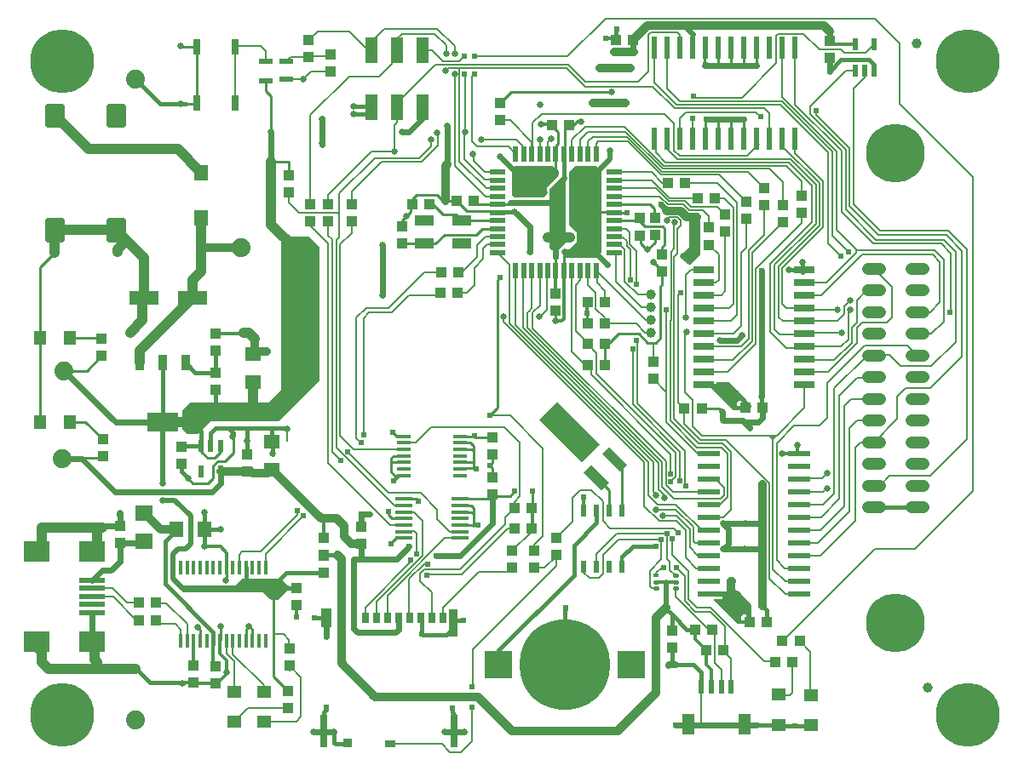
<source format=gbr>
G04 EAGLE Gerber RS-274X export*
G75*
%MOMM*%
%FSLAX34Y34*%
%LPD*%
%INTop Copper*%
%IPPOS*%
%AMOC8*
5,1,8,0,0,1.08239X$1,22.5*%
G01*
%ADD10R,1.000000X1.100000*%
%ADD11R,1.100000X1.000000*%
%ADD12C,1.000000*%
%ADD13R,1.400000X1.200000*%
%ADD14R,0.762000X1.524000*%
%ADD15R,1.400000X1.600000*%
%ADD16R,1.800000X1.600000*%
%ADD17R,0.550000X1.200000*%
%ADD18R,1.500000X0.500000*%
%ADD19R,0.500000X1.500000*%
%ADD20R,1.600000X1.400000*%
%ADD21R,3.000000X1.400000*%
%ADD22R,0.812800X1.524000*%
%ADD23R,3.124200X1.905000*%
%ADD24R,1.470000X1.524000*%
%ADD25C,0.600000*%
%ADD26R,1.900000X1.100000*%
%ADD27C,1.219200*%
%ADD28C,5.842000*%
%ADD29R,1.200000X1.400000*%
%ADD30R,1.270000X2.540000*%
%ADD31R,2.032000X0.660400*%
%ADD32C,6.350000*%
%ADD33R,2.500000X0.500000*%
%ADD34R,2.500000X2.000000*%
%ADD35C,1.879600*%
%ADD36R,0.348000X1.397000*%
%ADD37R,1.320800X0.558800*%
%ADD38R,0.558800X2.311400*%
%ADD39R,2.311400X0.558800*%
%ADD40R,0.600000X1.350000*%
%ADD41R,1.200000X2.000000*%
%ADD42R,0.600000X0.420000*%
%ADD43C,0.420000*%
%ADD44R,0.700000X1.100000*%
%ADD45R,1.140000X1.830000*%
%ADD46R,0.860000X2.800000*%
%ADD47R,0.700000X3.330000*%
%ADD48R,0.900000X0.930000*%
%ADD49R,1.050000X0.780000*%
%ADD50R,1.000000X2.500000*%
%ADD51R,2.500000X6.000000*%
%ADD52R,0.600000X1.200000*%
%ADD53R,2.781300X2.781300*%
%ADD54C,9.000000*%
%ADD55R,1.473200X0.355600*%
%ADD56R,1.676400X0.355600*%
%ADD57C,0.127000*%
%ADD58C,0.635000*%
%ADD59C,0.177800*%
%ADD60C,0.150000*%
%ADD61C,0.604000*%
%ADD62C,0.254000*%
%ADD63C,0.609600*%
%ADD64C,0.406400*%
%ADD65C,1.016000*%
%ADD66C,0.508000*%
%ADD67C,0.304800*%
%ADD68C,0.812800*%
%ADD69C,0.152400*%

G36*
X185042Y329373D02*
X185042Y329373D01*
X185084Y329371D01*
X185151Y329393D01*
X185221Y329405D01*
X185257Y329427D01*
X185298Y329440D01*
X185371Y329494D01*
X185414Y329520D01*
X185427Y329536D01*
X185448Y329552D01*
X197763Y341866D01*
X265000Y341866D01*
X265042Y341873D01*
X265084Y341871D01*
X265151Y341893D01*
X265221Y341905D01*
X265257Y341927D01*
X265298Y341940D01*
X265371Y341994D01*
X265414Y342020D01*
X265427Y342036D01*
X265448Y342052D01*
X305448Y382052D01*
X305473Y382086D01*
X305504Y382115D01*
X305536Y382178D01*
X305577Y382236D01*
X305587Y382277D01*
X305607Y382315D01*
X305620Y382404D01*
X305633Y382453D01*
X305630Y382474D01*
X305634Y382500D01*
X305634Y515000D01*
X305627Y515042D01*
X305629Y515084D01*
X305607Y515151D01*
X305595Y515221D01*
X305573Y515257D01*
X305560Y515298D01*
X305506Y515371D01*
X305480Y515414D01*
X305464Y515427D01*
X305448Y515448D01*
X295448Y525448D01*
X295414Y525473D01*
X295385Y525504D01*
X295322Y525536D01*
X295264Y525577D01*
X295223Y525587D01*
X295185Y525607D01*
X295096Y525620D01*
X295047Y525633D01*
X295026Y525630D01*
X295000Y525634D01*
X273000Y525634D01*
X272958Y525627D01*
X272916Y525629D01*
X272849Y525607D01*
X272779Y525595D01*
X272743Y525573D01*
X272702Y525560D01*
X272629Y525506D01*
X272586Y525480D01*
X272573Y525464D01*
X272552Y525448D01*
X267552Y520448D01*
X267527Y520414D01*
X267496Y520385D01*
X267464Y520322D01*
X267423Y520264D01*
X267413Y520223D01*
X267393Y520185D01*
X267380Y520096D01*
X267368Y520047D01*
X267370Y520026D01*
X267366Y520000D01*
X267366Y373263D01*
X254737Y360634D01*
X177500Y360634D01*
X177458Y360627D01*
X177416Y360629D01*
X177349Y360607D01*
X177279Y360595D01*
X177243Y360573D01*
X177202Y360560D01*
X177129Y360506D01*
X177086Y360480D01*
X177073Y360464D01*
X177052Y360448D01*
X169552Y352948D01*
X169527Y352914D01*
X169496Y352885D01*
X169464Y352822D01*
X169423Y352764D01*
X169413Y352723D01*
X169393Y352685D01*
X169380Y352596D01*
X169368Y352547D01*
X169370Y352526D01*
X169366Y352500D01*
X169366Y335000D01*
X169373Y334958D01*
X169371Y334916D01*
X169393Y334849D01*
X169405Y334779D01*
X169427Y334743D01*
X169440Y334702D01*
X169494Y334629D01*
X169520Y334586D01*
X169536Y334573D01*
X169552Y334552D01*
X174552Y329552D01*
X174586Y329527D01*
X174615Y329496D01*
X174678Y329464D01*
X174736Y329423D01*
X174777Y329413D01*
X174815Y329393D01*
X174904Y329380D01*
X174953Y329368D01*
X174974Y329370D01*
X175000Y329366D01*
X185000Y329366D01*
X185042Y329373D01*
G37*
G36*
X580090Y504254D02*
X580090Y504254D01*
X580181Y504261D01*
X580211Y504273D01*
X580243Y504279D01*
X580323Y504321D01*
X580407Y504357D01*
X580439Y504383D01*
X580460Y504394D01*
X580482Y504417D01*
X580538Y504462D01*
X585538Y509462D01*
X585591Y509536D01*
X585651Y509605D01*
X585663Y509635D01*
X585682Y509661D01*
X585709Y509748D01*
X585743Y509833D01*
X585747Y509874D01*
X585754Y509897D01*
X585753Y509929D01*
X585761Y510000D01*
X585761Y590000D01*
X585747Y590090D01*
X585739Y590181D01*
X585727Y590211D01*
X585722Y590243D01*
X585679Y590323D01*
X585643Y590407D01*
X585617Y590439D01*
X585606Y590460D01*
X585583Y590482D01*
X585538Y590538D01*
X580538Y595538D01*
X580464Y595591D01*
X580395Y595651D01*
X580365Y595663D01*
X580339Y595682D01*
X580252Y595709D01*
X580167Y595743D01*
X580126Y595747D01*
X580103Y595754D01*
X580071Y595753D01*
X580000Y595761D01*
X560000Y595761D01*
X559910Y595747D01*
X559819Y595739D01*
X559789Y595727D01*
X559757Y595722D01*
X559677Y595679D01*
X559593Y595643D01*
X559561Y595617D01*
X559540Y595606D01*
X559518Y595583D01*
X559462Y595538D01*
X554462Y590538D01*
X554409Y590464D01*
X554349Y590395D01*
X554337Y590365D01*
X554318Y590339D01*
X554291Y590252D01*
X554257Y590167D01*
X554253Y590126D01*
X554246Y590103D01*
X554247Y590071D01*
X554239Y590000D01*
X554239Y537000D01*
X554254Y536910D01*
X554261Y536819D01*
X554273Y536789D01*
X554279Y536757D01*
X554321Y536677D01*
X554357Y536593D01*
X554383Y536561D01*
X554394Y536540D01*
X554417Y536518D01*
X554445Y536482D01*
X554446Y536482D01*
X554446Y536481D01*
X554462Y536462D01*
X561739Y529185D01*
X561739Y520315D01*
X549462Y508038D01*
X549409Y507964D01*
X549349Y507895D01*
X549337Y507865D01*
X549318Y507839D01*
X549291Y507752D01*
X549257Y507667D01*
X549253Y507626D01*
X549246Y507603D01*
X549247Y507571D01*
X549239Y507500D01*
X549239Y505000D01*
X549242Y504980D01*
X549240Y504961D01*
X549262Y504859D01*
X549279Y504757D01*
X549288Y504740D01*
X549292Y504720D01*
X549345Y504631D01*
X549394Y504540D01*
X549408Y504526D01*
X549418Y504509D01*
X549497Y504442D01*
X549572Y504371D01*
X549590Y504362D01*
X549605Y504349D01*
X549701Y504310D01*
X549795Y504267D01*
X549815Y504265D01*
X549833Y504257D01*
X550000Y504239D01*
X580000Y504239D01*
X580090Y504254D01*
G37*
G36*
X527590Y564254D02*
X527590Y564254D01*
X527681Y564261D01*
X527711Y564273D01*
X527743Y564279D01*
X527823Y564321D01*
X527907Y564357D01*
X527939Y564383D01*
X527960Y564394D01*
X527982Y564417D01*
X528038Y564462D01*
X531538Y567962D01*
X531591Y568036D01*
X531651Y568105D01*
X531663Y568135D01*
X531682Y568161D01*
X531709Y568248D01*
X531743Y568333D01*
X531747Y568374D01*
X531754Y568397D01*
X531753Y568429D01*
X531761Y568500D01*
X531761Y574685D01*
X543038Y585962D01*
X543091Y586036D01*
X543151Y586105D01*
X543163Y586135D01*
X543182Y586161D01*
X543209Y586248D01*
X543243Y586333D01*
X543247Y586374D01*
X543254Y586397D01*
X543253Y586429D01*
X543261Y586500D01*
X543261Y590000D01*
X543247Y590090D01*
X543239Y590181D01*
X543227Y590211D01*
X543222Y590243D01*
X543179Y590323D01*
X543143Y590407D01*
X543117Y590439D01*
X543106Y590460D01*
X543083Y590482D01*
X543038Y590538D01*
X538038Y595538D01*
X537964Y595591D01*
X537895Y595651D01*
X537865Y595663D01*
X537839Y595682D01*
X537752Y595709D01*
X537667Y595743D01*
X537626Y595747D01*
X537603Y595754D01*
X537571Y595753D01*
X537500Y595761D01*
X500000Y595761D01*
X499910Y595747D01*
X499819Y595739D01*
X499789Y595727D01*
X499757Y595722D01*
X499677Y595679D01*
X499593Y595643D01*
X499561Y595617D01*
X499540Y595606D01*
X499518Y595583D01*
X499462Y595538D01*
X496962Y593038D01*
X496909Y592964D01*
X496849Y592895D01*
X496837Y592865D01*
X496818Y592839D01*
X496791Y592752D01*
X496757Y592667D01*
X496753Y592626D01*
X496746Y592603D01*
X496747Y592571D01*
X496739Y592500D01*
X496739Y567500D01*
X496754Y567410D01*
X496761Y567319D01*
X496773Y567289D01*
X496779Y567257D01*
X496821Y567177D01*
X496857Y567093D01*
X496883Y567061D01*
X496894Y567040D01*
X496917Y567018D01*
X496962Y566962D01*
X499462Y564462D01*
X499536Y564409D01*
X499605Y564349D01*
X499635Y564337D01*
X499661Y564318D01*
X499748Y564291D01*
X499833Y564257D01*
X499874Y564253D01*
X499897Y564246D01*
X499929Y564247D01*
X500000Y564239D01*
X527500Y564239D01*
X527590Y564254D01*
G37*
G36*
X265042Y164373D02*
X265042Y164373D01*
X265084Y164371D01*
X265151Y164393D01*
X265221Y164405D01*
X265257Y164427D01*
X265298Y164440D01*
X265371Y164494D01*
X265414Y164520D01*
X265427Y164536D01*
X265448Y164552D01*
X274773Y173877D01*
X274798Y173911D01*
X274829Y173940D01*
X274861Y174003D01*
X274902Y174061D01*
X274912Y174102D01*
X274932Y174140D01*
X274945Y174229D01*
X274958Y174278D01*
X274955Y174299D01*
X274959Y174325D01*
X274959Y174731D01*
X275000Y174731D01*
X275065Y174742D01*
X275131Y174744D01*
X275174Y174762D01*
X275221Y174770D01*
X275278Y174804D01*
X275338Y174829D01*
X275373Y174861D01*
X275414Y174885D01*
X275456Y174936D01*
X275504Y174980D01*
X275526Y175022D01*
X275555Y175059D01*
X275576Y175121D01*
X275607Y175180D01*
X275615Y175234D01*
X275627Y175271D01*
X275626Y175311D01*
X275634Y175365D01*
X275634Y176635D01*
X275623Y176700D01*
X275621Y176765D01*
X275603Y176809D01*
X275595Y176856D01*
X275561Y176913D01*
X275536Y176973D01*
X275505Y177008D01*
X275480Y177049D01*
X275429Y177090D01*
X275385Y177139D01*
X275343Y177161D01*
X275306Y177190D01*
X275244Y177211D01*
X275185Y177241D01*
X275131Y177250D01*
X275094Y177262D01*
X275054Y177261D01*
X275000Y177269D01*
X274959Y177269D01*
X274959Y178175D01*
X274952Y178217D01*
X274954Y178259D01*
X274932Y178326D01*
X274920Y178396D01*
X274898Y178432D01*
X274885Y178473D01*
X274831Y178546D01*
X274805Y178589D01*
X274789Y178602D01*
X274773Y178623D01*
X267948Y185448D01*
X267914Y185473D01*
X267885Y185504D01*
X267822Y185536D01*
X267764Y185577D01*
X267723Y185587D01*
X267685Y185607D01*
X267596Y185620D01*
X267547Y185633D01*
X267526Y185630D01*
X267500Y185634D01*
X230000Y185634D01*
X229958Y185627D01*
X229916Y185629D01*
X229849Y185607D01*
X229779Y185595D01*
X229743Y185573D01*
X229702Y185560D01*
X229629Y185506D01*
X229586Y185480D01*
X229573Y185464D01*
X229552Y185448D01*
X222237Y178134D01*
X170000Y178134D01*
X169935Y178123D01*
X169869Y178121D01*
X169826Y178103D01*
X169779Y178095D01*
X169722Y178061D01*
X169662Y178036D01*
X169627Y178005D01*
X169586Y177980D01*
X169545Y177929D01*
X169496Y177885D01*
X169474Y177843D01*
X169445Y177806D01*
X169424Y177744D01*
X169393Y177685D01*
X169385Y177631D01*
X169373Y177594D01*
X169374Y177554D01*
X169366Y177500D01*
X169366Y172500D01*
X169377Y172435D01*
X169379Y172369D01*
X169397Y172326D01*
X169405Y172279D01*
X169439Y172222D01*
X169464Y172162D01*
X169495Y172127D01*
X169520Y172086D01*
X169571Y172045D01*
X169615Y171996D01*
X169657Y171974D01*
X169694Y171945D01*
X169756Y171924D01*
X169815Y171893D01*
X169869Y171885D01*
X169906Y171873D01*
X169946Y171874D01*
X170000Y171866D01*
X249737Y171866D01*
X257052Y164552D01*
X257086Y164527D01*
X257115Y164496D01*
X257178Y164464D01*
X257236Y164423D01*
X257277Y164413D01*
X257315Y164393D01*
X257404Y164380D01*
X257453Y164368D01*
X257474Y164370D01*
X257500Y164366D01*
X265000Y164366D01*
X265042Y164373D01*
G37*
G36*
X542590Y511754D02*
X542590Y511754D01*
X542681Y511761D01*
X542711Y511773D01*
X542743Y511779D01*
X542823Y511821D01*
X542907Y511857D01*
X542939Y511883D01*
X542960Y511894D01*
X542982Y511917D01*
X543038Y511962D01*
X550538Y519462D01*
X550591Y519536D01*
X550651Y519605D01*
X550663Y519635D01*
X550682Y519661D01*
X550709Y519748D01*
X550743Y519833D01*
X550747Y519874D01*
X550754Y519897D01*
X550753Y519929D01*
X550761Y520000D01*
X550761Y587500D01*
X550750Y587571D01*
X550748Y587642D01*
X550730Y587691D01*
X550722Y587743D01*
X550688Y587806D01*
X550663Y587873D01*
X550631Y587914D01*
X550606Y587960D01*
X550555Y588009D01*
X550510Y588065D01*
X550466Y588094D01*
X550428Y588130D01*
X550363Y588160D01*
X550303Y588198D01*
X550252Y588211D01*
X550205Y588233D01*
X550134Y588241D01*
X550064Y588259D01*
X550012Y588254D01*
X549961Y588260D01*
X549890Y588245D01*
X549819Y588239D01*
X549771Y588219D01*
X549720Y588208D01*
X549659Y588171D01*
X549593Y588143D01*
X549537Y588098D01*
X549509Y588082D01*
X549494Y588064D01*
X549462Y588038D01*
X534462Y573038D01*
X534409Y572964D01*
X534349Y572895D01*
X534337Y572865D01*
X534318Y572839D01*
X534291Y572752D01*
X534257Y572667D01*
X534253Y572626D01*
X534246Y572603D01*
X534247Y572571D01*
X534239Y572500D01*
X534239Y515000D01*
X534254Y514910D01*
X534261Y514819D01*
X534273Y514789D01*
X534279Y514757D01*
X534321Y514677D01*
X534357Y514593D01*
X534383Y514561D01*
X534394Y514540D01*
X534417Y514518D01*
X534462Y514462D01*
X536962Y511962D01*
X537036Y511909D01*
X537105Y511849D01*
X537135Y511837D01*
X537161Y511818D01*
X537248Y511791D01*
X537333Y511757D01*
X537374Y511753D01*
X537397Y511746D01*
X537429Y511747D01*
X537500Y511739D01*
X542500Y511739D01*
X542590Y511754D01*
G37*
G36*
X732347Y140514D02*
X732347Y140514D01*
X732396Y140515D01*
X732464Y140541D01*
X732536Y140558D01*
X732578Y140584D01*
X732624Y140601D01*
X732681Y140648D01*
X732743Y140686D01*
X732775Y140724D01*
X732813Y140756D01*
X732852Y140818D01*
X732898Y140875D01*
X732916Y140921D01*
X732942Y140963D01*
X732959Y141034D01*
X732985Y141103D01*
X732992Y141176D01*
X732997Y141200D01*
X732996Y141217D01*
X732999Y141250D01*
X732999Y142001D01*
X733000Y142001D01*
X733024Y142005D01*
X733049Y142002D01*
X733144Y142025D01*
X733241Y142041D01*
X733262Y142052D01*
X733286Y142058D01*
X733370Y142109D01*
X733456Y142156D01*
X733473Y142173D01*
X733494Y142186D01*
X733556Y142262D01*
X733623Y142334D01*
X733633Y142356D01*
X733649Y142375D01*
X733683Y142466D01*
X733724Y142556D01*
X733726Y142580D01*
X733735Y142603D01*
X733749Y142750D01*
X733749Y157000D01*
X733746Y157018D01*
X733748Y157033D01*
X733734Y157090D01*
X733733Y157096D01*
X733724Y157193D01*
X733714Y157216D01*
X733710Y157241D01*
X733664Y157327D01*
X733623Y157416D01*
X733602Y157441D01*
X733595Y157456D01*
X733576Y157473D01*
X733530Y157530D01*
X720030Y171030D01*
X719950Y171087D01*
X719875Y171149D01*
X719852Y171157D01*
X719831Y171172D01*
X719738Y171200D01*
X719647Y171235D01*
X719614Y171238D01*
X719598Y171243D01*
X719573Y171242D01*
X719500Y171249D01*
X697500Y171249D01*
X697476Y171245D01*
X697451Y171248D01*
X697356Y171226D01*
X697259Y171210D01*
X697238Y171198D01*
X697214Y171192D01*
X697130Y171141D01*
X697044Y171095D01*
X697027Y171077D01*
X697006Y171064D01*
X696944Y170988D01*
X696877Y170917D01*
X696867Y170894D01*
X696852Y170875D01*
X696817Y170784D01*
X696776Y170694D01*
X696774Y170670D01*
X696765Y170647D01*
X696751Y170500D01*
X696751Y169503D01*
X696755Y169479D01*
X696752Y169454D01*
X696775Y169359D01*
X696790Y169262D01*
X696802Y169241D01*
X696808Y169217D01*
X696859Y169133D01*
X696905Y169047D01*
X696923Y169030D01*
X696936Y169009D01*
X697012Y168947D01*
X697084Y168880D01*
X697106Y168870D01*
X697125Y168854D01*
X697216Y168820D01*
X697306Y168779D01*
X697330Y168777D01*
X697353Y168768D01*
X697500Y168754D01*
X706386Y168754D01*
X706386Y167022D01*
X706213Y166375D01*
X705878Y165796D01*
X705405Y165323D01*
X704826Y164988D01*
X704179Y164815D01*
X698434Y164815D01*
X698361Y164803D01*
X698288Y164801D01*
X698242Y164784D01*
X698193Y164776D01*
X698128Y164741D01*
X698060Y164715D01*
X698021Y164684D01*
X697978Y164661D01*
X697928Y164607D01*
X697871Y164560D01*
X697845Y164518D01*
X697811Y164483D01*
X697781Y164416D01*
X697742Y164353D01*
X697731Y164305D01*
X697710Y164260D01*
X697703Y164187D01*
X697686Y164116D01*
X697691Y164067D01*
X697686Y164017D01*
X697703Y163946D01*
X697710Y163873D01*
X697730Y163828D01*
X697742Y163780D01*
X697780Y163717D01*
X697811Y163650D01*
X697857Y163594D01*
X697870Y163572D01*
X697883Y163562D01*
X697904Y163536D01*
X720470Y140970D01*
X720550Y140913D01*
X720625Y140852D01*
X720648Y140843D01*
X720669Y140828D01*
X720762Y140800D01*
X720853Y140765D01*
X720886Y140762D01*
X720902Y140757D01*
X720927Y140758D01*
X721000Y140751D01*
X731690Y140751D01*
X731720Y140720D01*
X731780Y140677D01*
X731833Y140627D01*
X731878Y140607D01*
X731918Y140578D01*
X731989Y140557D01*
X732056Y140526D01*
X732105Y140522D01*
X732152Y140507D01*
X732225Y140510D01*
X732298Y140502D01*
X732347Y140514D01*
G37*
G36*
X728430Y354377D02*
X728430Y354377D01*
X728495Y354379D01*
X728539Y354397D01*
X728586Y354405D01*
X728642Y354439D01*
X728703Y354464D01*
X728738Y354495D01*
X728779Y354520D01*
X728820Y354571D01*
X728869Y354615D01*
X728891Y354657D01*
X728920Y354694D01*
X728941Y354756D01*
X728971Y354815D01*
X728980Y354869D01*
X728992Y354906D01*
X728991Y354946D01*
X728999Y355000D01*
X728999Y355001D01*
X729635Y355001D01*
X729700Y355013D01*
X729765Y355014D01*
X729809Y355032D01*
X729856Y355041D01*
X729913Y355074D01*
X729973Y355099D01*
X730008Y355131D01*
X730049Y355155D01*
X730090Y355206D01*
X730139Y355250D01*
X730161Y355292D01*
X730190Y355329D01*
X730211Y355391D01*
X730241Y355450D01*
X730250Y355504D01*
X730262Y355541D01*
X730261Y355581D01*
X730269Y355635D01*
X730269Y362865D01*
X730262Y362907D01*
X730264Y362949D01*
X730242Y363016D01*
X730229Y363086D01*
X730208Y363122D01*
X730195Y363163D01*
X730141Y363236D01*
X730115Y363279D01*
X730099Y363292D01*
X730083Y363314D01*
X712948Y380448D01*
X712914Y380473D01*
X712885Y380504D01*
X712822Y380536D01*
X712764Y380577D01*
X712723Y380587D01*
X712685Y380607D01*
X712596Y380620D01*
X712547Y380633D01*
X712526Y380630D01*
X712500Y380634D01*
X700543Y380634D01*
X700478Y380623D01*
X700412Y380621D01*
X700369Y380603D01*
X700322Y380595D01*
X700265Y380561D01*
X700205Y380536D01*
X700170Y380505D01*
X700129Y380480D01*
X700087Y380429D01*
X700039Y380385D01*
X700017Y380343D01*
X699988Y380306D01*
X699967Y380244D01*
X699936Y380185D01*
X699928Y380131D01*
X699916Y380094D01*
X699917Y380054D01*
X699909Y380000D01*
X699909Y379119D01*
X695000Y379119D01*
X694935Y379108D01*
X694869Y379106D01*
X694826Y379088D01*
X694779Y379079D01*
X694722Y379046D01*
X694662Y379021D01*
X694627Y378989D01*
X694586Y378965D01*
X694545Y378914D01*
X694496Y378870D01*
X694474Y378828D01*
X694445Y378791D01*
X694424Y378729D01*
X694393Y378670D01*
X694385Y378616D01*
X694373Y378579D01*
X694373Y378562D01*
X694373Y378561D01*
X694373Y378536D01*
X694366Y378485D01*
X694366Y377500D01*
X694373Y377458D01*
X694371Y377416D01*
X694393Y377349D01*
X694405Y377279D01*
X694427Y377243D01*
X694440Y377202D01*
X694494Y377129D01*
X694520Y377086D01*
X694536Y377073D01*
X694552Y377052D01*
X694836Y376767D01*
X694871Y376742D01*
X694900Y376711D01*
X694963Y376679D01*
X695021Y376638D01*
X695062Y376628D01*
X695100Y376608D01*
X695189Y376595D01*
X695238Y376583D01*
X695259Y376585D01*
X695285Y376581D01*
X699909Y376581D01*
X699909Y374213D01*
X699736Y373567D01*
X699375Y372943D01*
X699374Y372942D01*
X699373Y372939D01*
X699359Y372916D01*
X699350Y372891D01*
X699328Y372859D01*
X699312Y372796D01*
X699286Y372735D01*
X699285Y372710D01*
X699283Y372705D01*
X699283Y372684D01*
X699273Y372642D01*
X699279Y372577D01*
X699276Y372511D01*
X699285Y372483D01*
X699285Y372480D01*
X699290Y372468D01*
X699291Y372466D01*
X699296Y372419D01*
X699325Y372360D01*
X699345Y372297D01*
X699378Y372253D01*
X699395Y372218D01*
X699424Y372191D01*
X699457Y372146D01*
X717052Y354552D01*
X717086Y354527D01*
X717115Y354496D01*
X717178Y354464D01*
X717236Y354423D01*
X717277Y354413D01*
X717315Y354393D01*
X717404Y354380D01*
X717453Y354368D01*
X717474Y354370D01*
X717500Y354366D01*
X728365Y354366D01*
X728430Y354377D01*
G37*
%LPC*%
G36*
X720959Y356269D02*
X720959Y356269D01*
X720959Y360335D01*
X721132Y360981D01*
X721467Y361560D01*
X721940Y362033D01*
X722519Y362368D01*
X723165Y362541D01*
X727731Y362541D01*
X727731Y356269D01*
X720959Y356269D01*
G37*
%LPD*%
%LPC*%
G36*
X724959Y143499D02*
X724959Y143499D01*
X724959Y147334D01*
X725132Y147981D01*
X725467Y148560D01*
X725940Y149033D01*
X726519Y149368D01*
X727166Y149541D01*
X731501Y149541D01*
X731501Y143499D01*
X724959Y143499D01*
G37*
%LPD*%
G36*
X757508Y324494D02*
X757508Y324494D01*
X757515Y324493D01*
X757605Y324514D01*
X757697Y324532D01*
X757703Y324537D01*
X757711Y324539D01*
X757859Y324641D01*
X760359Y327141D01*
X760360Y327144D01*
X760362Y327145D01*
X760415Y327226D01*
X760470Y327308D01*
X760470Y327311D01*
X760472Y327313D01*
X760489Y327409D01*
X760507Y327505D01*
X760507Y327508D01*
X760507Y327510D01*
X760486Y327607D01*
X760466Y327701D01*
X760464Y327703D01*
X760464Y327706D01*
X760407Y327786D01*
X760351Y327866D01*
X760349Y327867D01*
X760348Y327869D01*
X760265Y327921D01*
X760182Y327973D01*
X760180Y327974D01*
X760177Y327975D01*
X760000Y328007D01*
X752500Y328007D01*
X752497Y328007D01*
X752495Y328007D01*
X752400Y327987D01*
X752304Y327968D01*
X752301Y327966D01*
X752299Y327966D01*
X752218Y327910D01*
X752138Y327855D01*
X752136Y327853D01*
X752134Y327851D01*
X752081Y327768D01*
X752028Y327687D01*
X752028Y327684D01*
X752027Y327682D01*
X752010Y327586D01*
X751993Y327490D01*
X751993Y327487D01*
X751993Y327485D01*
X752015Y327391D01*
X752036Y327294D01*
X752038Y327292D01*
X752039Y327289D01*
X752141Y327141D01*
X754641Y324641D01*
X754648Y324637D01*
X754652Y324631D01*
X754731Y324582D01*
X754808Y324530D01*
X754816Y324529D01*
X754823Y324525D01*
X755000Y324493D01*
X757500Y324493D01*
X757508Y324494D01*
G37*
D10*
X639420Y543900D03*
X639420Y526900D03*
D11*
X758700Y102320D03*
X775700Y102320D03*
D10*
X316950Y706900D03*
X316950Y689900D03*
D11*
X537100Y636700D03*
X554100Y636700D03*
D12*
X910200Y76920D03*
X899300Y718120D03*
D13*
X762370Y69800D03*
X762370Y39800D03*
D14*
X183750Y658760D03*
X183750Y714640D03*
X221850Y658760D03*
X221850Y714640D03*
D10*
X519000Y195900D03*
X519000Y212900D03*
D11*
X499400Y235500D03*
X516400Y235500D03*
D10*
X497100Y195900D03*
X497100Y212900D03*
D11*
X499400Y255900D03*
X516400Y255900D03*
D10*
X107300Y220600D03*
X107300Y237600D03*
X274600Y73400D03*
X274600Y56400D03*
D11*
X443900Y489900D03*
X426900Y489900D03*
X443100Y469600D03*
X426100Y469600D03*
D10*
X202700Y98400D03*
X202700Y81400D03*
D15*
X191600Y234000D03*
X163600Y234000D03*
D11*
X126600Y161500D03*
X143600Y161500D03*
X126600Y144000D03*
X143600Y144000D03*
D10*
X180400Y98600D03*
X180400Y81600D03*
D13*
X221000Y42700D03*
X221000Y72700D03*
X251000Y42700D03*
X251000Y72700D03*
D16*
X131500Y222600D03*
X131500Y250600D03*
D17*
X838200Y690799D03*
X847700Y690799D03*
X857200Y690799D03*
X857200Y716801D03*
X838200Y716801D03*
D18*
X482700Y589600D03*
X482700Y581600D03*
X482700Y573600D03*
X482700Y565600D03*
X482700Y557600D03*
X482700Y549600D03*
X482700Y541600D03*
X482700Y533600D03*
X482700Y525600D03*
X482700Y517600D03*
X482700Y509600D03*
D19*
X500700Y491600D03*
X508700Y491600D03*
X516700Y491600D03*
X524700Y491600D03*
X532700Y491600D03*
X540700Y491600D03*
X548700Y491600D03*
X556700Y491600D03*
X564700Y491600D03*
X572700Y491600D03*
X580700Y491600D03*
D18*
X598700Y509600D03*
X598700Y517600D03*
X598700Y525600D03*
X598700Y533600D03*
X598700Y541600D03*
X598700Y549600D03*
X598700Y557600D03*
X598700Y565600D03*
X598700Y573600D03*
X598700Y581600D03*
X598700Y589600D03*
D19*
X580700Y607600D03*
X572700Y607600D03*
X564700Y607600D03*
X556700Y607600D03*
X548700Y607600D03*
X540700Y607600D03*
X532700Y607600D03*
X524700Y607600D03*
X516700Y607600D03*
X508700Y607600D03*
X500700Y607600D03*
D10*
X646500Y490800D03*
X646500Y507800D03*
X540600Y452200D03*
X540600Y469200D03*
D11*
X441800Y561200D03*
X458800Y561200D03*
D10*
X623700Y543800D03*
X623700Y526800D03*
D20*
X239900Y408600D03*
X239900Y380600D03*
D10*
X168500Y316400D03*
X168500Y299400D03*
D21*
X179500Y464500D03*
X131500Y464500D03*
D17*
X207300Y317601D03*
X197800Y317601D03*
X188300Y317601D03*
X188300Y291599D03*
X207300Y291599D03*
D10*
X234000Y292100D03*
X234000Y309100D03*
D22*
X172507Y400200D03*
X149800Y400200D03*
X126915Y400200D03*
D23*
X149800Y340790D03*
D10*
X202500Y428800D03*
X202500Y411800D03*
X202500Y390300D03*
X202500Y373300D03*
D20*
X258300Y321800D03*
X258300Y293800D03*
D24*
X188300Y589370D03*
X188300Y543830D03*
D25*
X49600Y637400D02*
X35600Y637400D01*
X35600Y655400D01*
X49600Y655400D01*
X49600Y637400D01*
X49600Y643100D02*
X35600Y643100D01*
X35600Y648800D02*
X49600Y648800D01*
X49600Y654500D02*
X35600Y654500D01*
X35600Y523400D02*
X49600Y523400D01*
X35600Y523400D02*
X35600Y541400D01*
X49600Y541400D01*
X49600Y523400D01*
X49600Y529100D02*
X35600Y529100D01*
X35600Y534800D02*
X49600Y534800D01*
X49600Y540500D02*
X35600Y540500D01*
X96600Y637400D02*
X110600Y637400D01*
X96600Y637400D02*
X96600Y655400D01*
X110600Y655400D01*
X110600Y637400D01*
X110600Y643100D02*
X96600Y643100D01*
X96600Y648800D02*
X110600Y648800D01*
X110600Y654500D02*
X96600Y654500D01*
X96600Y523400D02*
X110600Y523400D01*
X96600Y523400D02*
X96600Y541400D01*
X110600Y541400D01*
X110600Y523400D01*
X110600Y529100D02*
X96600Y529100D01*
X96600Y534800D02*
X110600Y534800D01*
X110600Y540500D02*
X96600Y540500D01*
D26*
X447000Y541800D03*
X410000Y518800D03*
X447000Y518800D03*
X410000Y541800D03*
D11*
X397700Y558000D03*
X414700Y558000D03*
D10*
X388100Y535800D03*
X388100Y518800D03*
D27*
X850614Y493745D02*
X862806Y493745D01*
X862806Y472155D02*
X850614Y472155D01*
X850614Y450565D02*
X862806Y450565D01*
X862806Y428975D02*
X850614Y428975D01*
X850614Y407385D02*
X862806Y407385D01*
X862806Y385795D02*
X850614Y385795D01*
X850614Y364205D02*
X862806Y364205D01*
X862806Y342615D02*
X850614Y342615D01*
X850614Y321025D02*
X862806Y321025D01*
X862806Y299435D02*
X850614Y299435D01*
X850614Y277845D02*
X862806Y277845D01*
X862806Y256255D02*
X850614Y256255D01*
X893794Y493745D02*
X905986Y493745D01*
X905986Y472155D02*
X893794Y472155D01*
X893794Y450565D02*
X905986Y450565D01*
X905986Y428975D02*
X893794Y428975D01*
X893794Y407385D02*
X905986Y407385D01*
X905986Y385795D02*
X893794Y385795D01*
X893794Y364205D02*
X905986Y364205D01*
X905986Y342615D02*
X893794Y342615D01*
X893794Y321025D02*
X905986Y321025D01*
X905986Y299435D02*
X893794Y299435D01*
X893794Y277845D02*
X905986Y277845D01*
X905986Y256255D02*
X893794Y256255D01*
D28*
X878300Y608934D03*
X878300Y141066D03*
D10*
X276000Y115600D03*
X276000Y98600D03*
X89400Y424100D03*
X89400Y407100D03*
D29*
X58100Y424800D03*
X28100Y424800D03*
D10*
X90300Y324100D03*
X90300Y307100D03*
D29*
X58100Y341400D03*
X28100Y341400D03*
D11*
X765900Y123200D03*
X782900Y123200D03*
D13*
X794000Y69600D03*
X794000Y39600D03*
D11*
X600600Y721400D03*
X617600Y721400D03*
D10*
X812500Y703400D03*
X812500Y720400D03*
X541100Y208900D03*
X541100Y225900D03*
X337700Y540900D03*
X337700Y557900D03*
X296300Y540900D03*
X296300Y557900D03*
X314500Y540800D03*
X314500Y557800D03*
X275400Y586700D03*
X275400Y569700D03*
D11*
X750000Y142000D03*
X733000Y142000D03*
D10*
X347500Y220000D03*
X347500Y237000D03*
D30*
X407900Y711000D03*
X407900Y654000D03*
X382500Y711000D03*
X382500Y654000D03*
X357100Y711000D03*
X357100Y654000D03*
D31*
X787792Y377850D03*
X787792Y390550D03*
X787792Y403250D03*
X787792Y415950D03*
X787792Y428650D03*
X787792Y441350D03*
X787792Y454050D03*
X787792Y466750D03*
X687208Y466750D03*
X687208Y454050D03*
X687208Y441350D03*
X687208Y428650D03*
X687208Y415950D03*
X687208Y403250D03*
X687208Y390550D03*
X687208Y377850D03*
X787792Y479450D03*
X787792Y492150D03*
X687208Y479450D03*
X687208Y492150D03*
D11*
X746000Y355000D03*
X729000Y355000D03*
X572500Y439000D03*
X589500Y439000D03*
D32*
X50000Y50000D03*
X950000Y50000D03*
X950000Y700000D03*
X50000Y700000D03*
D33*
X80000Y167500D03*
X80000Y175500D03*
X80000Y151500D03*
X80000Y159500D03*
D34*
X25000Y122500D03*
X25000Y212500D03*
X80000Y122500D03*
X80000Y212500D03*
D33*
X80000Y183500D03*
D35*
X227500Y515000D03*
X52000Y392000D03*
X50000Y305000D03*
X122500Y682500D03*
D36*
X252250Y123440D03*
X245750Y123440D03*
X239250Y123440D03*
X232750Y123440D03*
X226250Y123440D03*
X219750Y123440D03*
X213250Y123440D03*
X200250Y123440D03*
X206750Y123440D03*
X193750Y123440D03*
X187250Y123440D03*
X180750Y123440D03*
X174250Y123440D03*
X167750Y123440D03*
X252250Y196560D03*
X245750Y196560D03*
X239250Y196560D03*
X232750Y196560D03*
X226250Y196560D03*
X219750Y196560D03*
X213250Y196560D03*
X206750Y196560D03*
X200250Y196560D03*
X193750Y196560D03*
X187250Y196560D03*
X180750Y196560D03*
X174250Y196560D03*
X167750Y196560D03*
D10*
X282500Y176000D03*
X282500Y159000D03*
D37*
X272660Y682253D03*
X272660Y699652D03*
X252340Y699652D03*
X252340Y680348D03*
D10*
X295000Y721000D03*
X295000Y704000D03*
X785000Y549500D03*
X785000Y566500D03*
X766000Y540000D03*
X766000Y557000D03*
X748000Y557000D03*
X748000Y574000D03*
X730000Y543000D03*
X730000Y560000D03*
D11*
X669000Y579000D03*
X652000Y579000D03*
X698500Y564000D03*
X681500Y564000D03*
D10*
X709000Y530500D03*
X709000Y547500D03*
X693000Y517500D03*
X693000Y534500D03*
D38*
X638650Y622788D03*
X651350Y622788D03*
X664050Y622788D03*
X676750Y622788D03*
X689450Y622788D03*
X702150Y622788D03*
X714850Y622788D03*
X727550Y622788D03*
X740250Y622788D03*
X752950Y622788D03*
X765650Y622788D03*
X778350Y622788D03*
X778350Y713212D03*
X765650Y713212D03*
X752950Y713212D03*
X740250Y713212D03*
X727550Y713212D03*
X714850Y713212D03*
X702150Y713212D03*
X689450Y713212D03*
X676750Y713212D03*
X664050Y713212D03*
X651350Y713212D03*
X638650Y713212D03*
D39*
X782712Y170150D03*
X782712Y182850D03*
X782712Y195550D03*
X782712Y208250D03*
X782712Y220950D03*
X782712Y233650D03*
X782712Y246350D03*
X782712Y259050D03*
X782712Y271750D03*
X782712Y284450D03*
X782712Y297150D03*
X782712Y309850D03*
X692288Y309850D03*
X692288Y297150D03*
X692288Y284450D03*
X692288Y271750D03*
X692288Y259050D03*
X692288Y246350D03*
X692288Y233650D03*
X692288Y220950D03*
X692288Y208250D03*
X692288Y195550D03*
X692288Y182850D03*
X692288Y170150D03*
D12*
X635000Y429900D03*
X635000Y442600D03*
X635000Y455300D03*
X635000Y468000D03*
D11*
X690000Y114000D03*
X707000Y114000D03*
X679000Y134500D03*
X696000Y134500D03*
D40*
X685000Y77500D03*
X695000Y77500D03*
X705000Y77500D03*
X715000Y77500D03*
D41*
X728000Y40750D03*
X672000Y40750D03*
D11*
X589500Y397500D03*
X572500Y397500D03*
X589500Y418500D03*
X572500Y418500D03*
D10*
X310000Y191500D03*
X310000Y208500D03*
X310000Y226000D03*
X310000Y209000D03*
X656000Y134000D03*
X656000Y117000D03*
D42*
X640500Y188500D03*
D43*
X639600Y182000D02*
X641400Y182000D01*
X641400Y175500D02*
X639600Y175500D01*
X658600Y175500D02*
X660400Y175500D01*
X660400Y182000D02*
X658600Y182000D01*
X658600Y188500D02*
X660400Y188500D01*
D11*
X572500Y460000D03*
X589500Y460000D03*
D10*
X637500Y401000D03*
X637500Y384000D03*
D11*
X685500Y354500D03*
X668500Y354500D03*
D10*
X485000Y658500D03*
X485000Y641500D03*
D44*
X351200Y146250D03*
X362200Y146250D03*
X373200Y146250D03*
X384200Y146250D03*
X395200Y146250D03*
X406200Y146250D03*
X417200Y146250D03*
X428200Y146250D03*
D45*
X312400Y146100D03*
D46*
X439000Y141250D03*
D47*
X310200Y33600D03*
X439800Y33600D03*
D48*
X333300Y21600D03*
D49*
X375950Y20850D03*
D50*
G36*
X593394Y280717D02*
X586323Y273646D01*
X568646Y291323D01*
X575717Y298394D01*
X593394Y280717D01*
G37*
G36*
X611354Y298677D02*
X604283Y291606D01*
X586606Y309283D01*
X593677Y316354D01*
X611354Y298677D01*
G37*
D51*
G36*
X584131Y318547D02*
X566453Y300869D01*
X524027Y343295D01*
X541705Y360973D01*
X584131Y318547D01*
G37*
D52*
X606550Y253000D03*
X593850Y253000D03*
X581150Y253000D03*
X568450Y253000D03*
X568450Y197000D03*
X581150Y197000D03*
X593850Y197000D03*
X606550Y197000D03*
D35*
X122500Y45000D03*
D53*
X616040Y100000D03*
X483960Y100000D03*
D54*
X550000Y100000D03*
D55*
X389306Y327000D03*
X389306Y320500D03*
X389306Y314000D03*
X389306Y307500D03*
X389306Y301000D03*
X389306Y294500D03*
X389306Y288000D03*
X445694Y288000D03*
X445694Y294500D03*
X445694Y301000D03*
X445694Y307500D03*
X445694Y314000D03*
X445694Y320500D03*
X445694Y327000D03*
D56*
X389306Y264500D03*
X389306Y258000D03*
X389306Y251500D03*
X389306Y245000D03*
X389306Y238500D03*
X389306Y232000D03*
X389306Y225500D03*
X445694Y225500D03*
X445694Y232000D03*
X445694Y238500D03*
X445694Y245000D03*
X445694Y251500D03*
X445694Y258000D03*
X445694Y264500D03*
D10*
X477500Y269000D03*
X477500Y286000D03*
X477500Y326000D03*
X477500Y309000D03*
D57*
X314500Y567500D02*
X357000Y610000D01*
X314500Y567500D02*
X314500Y557800D01*
X357000Y610000D02*
X380000Y610000D01*
X470200Y589600D02*
X482700Y589600D01*
X470200Y589600D02*
X458800Y601000D01*
D58*
X458000Y608000D03*
X380000Y610000D03*
D57*
X458000Y608000D02*
X458800Y607200D01*
X458800Y601000D01*
X382500Y658500D02*
X421000Y697000D01*
X382500Y658500D02*
X382500Y654000D01*
D59*
X382500Y639000D01*
X380000Y636500D01*
D57*
X380000Y610000D01*
X635500Y729000D02*
X661000Y729000D01*
X664050Y725950D02*
X664050Y713212D01*
X664050Y725950D02*
X661000Y729000D01*
D60*
X635500Y729000D02*
X632500Y726000D01*
X553000Y697000D02*
X421000Y697000D01*
X553000Y697000D02*
X570000Y680000D01*
X622500Y680000D01*
X632500Y690000D01*
X632500Y726000D01*
D57*
X407900Y711000D02*
X407900Y700400D01*
X481800Y582500D02*
X482700Y581600D01*
X481800Y582500D02*
X470000Y582500D01*
X450000Y602500D01*
X450000Y629000D02*
X450500Y629500D01*
X450000Y629000D02*
X450000Y602500D01*
D58*
X450500Y629500D03*
X422750Y628489D03*
D57*
X423750Y627489D01*
X423750Y616250D01*
X407500Y600000D01*
X367500Y600000D01*
X337700Y570200D01*
X337700Y557900D01*
X450500Y629500D02*
X450500Y687000D01*
X450000Y687500D01*
D61*
X450000Y687500D03*
X450000Y705000D03*
D57*
X445000Y700000D01*
X428500Y700000D01*
X417500Y711000D02*
X407900Y711000D01*
X417500Y711000D02*
X428500Y700000D01*
X382500Y711000D02*
X382000Y710500D01*
X377500Y706000D01*
X377500Y697500D01*
X365000Y685000D01*
X335000Y685000D01*
X296300Y646300D02*
X296300Y557900D01*
X296300Y646300D02*
X335000Y685000D01*
X471400Y573600D02*
X482700Y573600D01*
X471400Y573600D02*
X444500Y600500D01*
X431000Y690388D02*
X433612Y693000D01*
D58*
X431000Y690388D03*
X431500Y708000D03*
D57*
X431500Y716000D02*
X420000Y727500D01*
X387500Y727500D01*
X382000Y722000D02*
X382000Y710500D01*
X431500Y708000D02*
X431500Y716000D01*
X387500Y727500D02*
X382000Y722000D01*
X747401Y653599D02*
X752950Y648050D01*
D60*
X752950Y622788D01*
D57*
X444500Y600500D02*
X444500Y677549D01*
X658505Y653599D02*
X747401Y653599D01*
X445000Y693000D02*
X433612Y693000D01*
X445000Y693000D02*
X551500Y693000D01*
X569500Y675000D01*
X637104Y675000D01*
X658505Y653599D01*
X445000Y678049D02*
X444500Y677549D01*
X445000Y678049D02*
X445000Y693000D01*
D62*
X548700Y607600D02*
X550000Y608900D01*
X550000Y632600D02*
X554100Y636700D01*
X550000Y632600D02*
X550000Y608900D01*
X482700Y557600D02*
X461400Y557600D01*
X458800Y560200D01*
X458800Y561200D01*
X540700Y492500D02*
X540700Y491600D01*
X540700Y492500D02*
X540700Y504300D01*
X540000Y505000D01*
D63*
X540000Y525000D01*
X540000Y557500D01*
X540000Y575000D01*
X548700Y583700D01*
D64*
X548700Y607600D01*
D62*
X494144Y557600D02*
X482700Y557600D01*
X494144Y557600D02*
X495791Y559247D01*
D63*
X538253Y559247D01*
D62*
X540000Y557500D01*
X207300Y317601D02*
X207300Y311300D01*
X201500Y305500D01*
X194500Y305500D01*
X188300Y311700D01*
X188300Y317601D01*
D64*
X149800Y340790D02*
X149800Y400200D01*
D65*
X149800Y340790D02*
X173290Y340790D01*
X185000Y352500D01*
X202500Y352500D01*
X240000Y352500D01*
X260000Y352500D01*
X282500Y375000D01*
D64*
X179210Y340790D02*
X149800Y340790D01*
X188300Y331700D02*
X188300Y317601D01*
X188300Y331700D02*
X179210Y340790D01*
D65*
X239900Y380600D02*
X240000Y380500D01*
X240000Y352500D01*
D64*
X169701Y317601D02*
X168500Y316400D01*
X169701Y317601D02*
X188300Y317601D01*
D66*
X149800Y315200D02*
X149800Y340790D01*
D64*
X149800Y315200D02*
X150000Y315000D01*
D66*
X150000Y280000D01*
D58*
X150000Y280000D03*
X150000Y263000D03*
D65*
X257500Y537500D02*
X257500Y600000D01*
X257500Y537500D02*
X282500Y512500D01*
D62*
X275400Y600000D02*
X257500Y600000D01*
D64*
X260800Y353300D02*
X260000Y352500D01*
D63*
X407900Y642900D02*
X407900Y654000D01*
X395000Y630000D02*
X387500Y630000D01*
D58*
X387500Y630000D03*
X257500Y629500D03*
D63*
X257500Y600000D01*
X395000Y630000D02*
X407900Y642900D01*
D62*
X554100Y636700D02*
X559200Y636700D01*
D67*
X562500Y640000D01*
X565500Y640000D01*
D58*
X565500Y640000D03*
X595973Y669500D03*
D65*
X282500Y480500D02*
X282500Y375000D01*
X282500Y480500D02*
X282500Y504500D01*
X282500Y512500D01*
D58*
X282500Y504500D03*
X555000Y525000D03*
D65*
X540000Y525000D01*
X290000Y492500D02*
X275000Y492500D01*
D58*
X290000Y492500D03*
X282500Y480500D03*
X542500Y525000D03*
D63*
X544000Y517500D02*
X544000Y575000D01*
D64*
X717500Y355000D02*
X729000Y355000D01*
X717500Y355000D02*
X695000Y377500D01*
D58*
X717000Y170500D03*
X720000Y370000D03*
D64*
X712500Y377500D01*
X695000Y377500D01*
X720000Y370000D02*
X732500Y357500D01*
D58*
X637500Y500500D03*
D64*
X202500Y373300D02*
X202500Y352500D01*
D59*
X732500Y141500D02*
X733000Y142000D01*
X731750Y140750D02*
X729250Y138250D01*
D67*
X544000Y575000D02*
X540000Y575000D01*
D59*
X687208Y377850D02*
X687558Y377500D01*
X695000Y377500D01*
D63*
X149800Y340790D02*
X103210Y340790D01*
X52000Y392000D01*
D59*
X275700Y115900D02*
X276000Y115600D01*
D66*
X162000Y263000D02*
X150000Y263000D01*
X162000Y263000D02*
X177500Y247500D01*
X177500Y220000D01*
X172500Y215000D01*
X165000Y215000D02*
X160000Y210000D01*
X160000Y185000D01*
D64*
X232750Y180250D02*
X232750Y196560D01*
D66*
X172500Y215000D02*
X165000Y215000D01*
X160000Y185000D02*
X170000Y175000D01*
X227500Y175000D01*
D64*
X232750Y180250D01*
D62*
X260000Y88000D02*
X274600Y73400D01*
X260000Y88000D02*
X260000Y130000D01*
X260000Y167500D01*
X251500Y176000D01*
X247250Y180250D02*
X232750Y180250D01*
D67*
X540600Y469200D02*
X540600Y492400D01*
X540700Y492500D01*
D64*
X282500Y176000D02*
X257500Y176000D01*
X251500Y176000D01*
D62*
X247250Y180250D01*
D58*
X275000Y492500D03*
X532500Y525000D03*
D65*
X540000Y525000D01*
D62*
X252340Y670160D02*
X252340Y680348D01*
X252340Y670160D02*
X257500Y665000D01*
X257500Y629500D01*
D68*
X617600Y721400D02*
X631700Y735500D01*
X668500Y735500D01*
D64*
X676750Y727250D02*
X676750Y713212D01*
D63*
X676750Y727250D02*
X668500Y735500D01*
D68*
X617600Y721400D02*
X617500Y721500D01*
D61*
X601000Y709000D03*
X618000Y709000D03*
D63*
X812500Y720400D02*
X812500Y730000D01*
D68*
X807000Y735500D01*
X668500Y735500D01*
D63*
X617600Y721400D02*
X617600Y709400D01*
X618000Y709000D01*
D68*
X618500Y709247D02*
X598500Y709247D01*
D57*
X542500Y525000D02*
X540000Y525000D01*
X618000Y709000D02*
X618253Y709000D01*
X618500Y709247D01*
D63*
X601000Y709000D02*
X600753Y709247D01*
X598500Y709247D01*
D66*
X692288Y170150D02*
X716650Y170150D01*
X717000Y170500D01*
X720500Y170500D01*
X732500Y158500D01*
X732500Y141500D01*
X731750Y140750D01*
D62*
X646500Y490800D02*
X646500Y491000D01*
X646500Y491500D02*
X637500Y500500D01*
D57*
X646500Y491000D02*
X646500Y490500D01*
X646500Y491000D02*
X646500Y491500D01*
D64*
X732500Y141500D02*
X731000Y140000D01*
D68*
X715000Y172500D02*
X715000Y182500D01*
X715000Y172500D02*
X717000Y170500D01*
X715500Y182500D02*
X715000Y182500D01*
D61*
X715500Y182500D03*
D62*
X623000Y429000D02*
X603000Y429000D01*
X623000Y429000D02*
X632000Y420000D01*
X637500Y420000D01*
X640000Y420000D01*
X644500Y476000D02*
X646500Y478000D01*
X646500Y490500D01*
X644500Y424500D02*
X640000Y420000D01*
X644500Y424500D02*
X644500Y476000D01*
X603000Y429000D02*
X592500Y418500D01*
X589500Y418500D01*
X589000Y418000D01*
X589000Y398000D01*
X589500Y397500D01*
D64*
X310000Y191500D02*
X273000Y191500D01*
X257500Y176000D01*
D67*
X816099Y716801D02*
X838200Y716801D01*
X816099Y716801D02*
X812500Y720400D01*
D62*
X595973Y669500D02*
X496000Y669500D01*
X485000Y658500D01*
D57*
X637500Y420000D02*
X637500Y401000D01*
D62*
X89400Y407100D02*
X74300Y392000D01*
X52000Y392000D01*
D57*
X275700Y124300D02*
X275700Y115900D01*
X275700Y124300D02*
X270000Y130000D01*
X260000Y130000D01*
D67*
X606550Y197000D02*
X606550Y207050D01*
D61*
X640000Y217500D03*
D64*
X617000Y217500D01*
X606550Y207050D01*
D62*
X275400Y586700D02*
X275400Y600000D01*
X445694Y327000D02*
X459500Y327000D01*
X460000Y327500D01*
D61*
X460000Y327500D03*
X475000Y347500D03*
D62*
X482500Y355000D02*
X482500Y482500D01*
X482500Y355000D02*
X475000Y347500D01*
X482500Y482500D02*
X485000Y485000D01*
D61*
X485000Y485000D03*
D62*
X477500Y326000D02*
X460500Y326000D01*
X459500Y327000D01*
D57*
X519000Y219000D02*
X519000Y212900D01*
X519000Y219000D02*
X527500Y227500D01*
X527500Y315000D01*
X495000Y347500D01*
X475000Y347500D01*
D62*
X540500Y441500D02*
X540600Y441600D01*
X540600Y452200D01*
D58*
X540500Y441500D03*
X431000Y561500D03*
D67*
X525500Y637000D02*
X534500Y637000D01*
D58*
X525500Y637000D03*
D62*
X540700Y615700D02*
X540700Y607600D01*
X542500Y617500D02*
X542500Y630000D01*
X542500Y617500D02*
X540700Y615700D01*
X542500Y630000D02*
X535800Y636700D01*
X598300Y550000D02*
X598700Y549600D01*
D58*
X580000Y550000D03*
D62*
X580500Y550000D02*
X598300Y550000D01*
X580500Y550000D02*
X580000Y550000D01*
X548700Y508700D02*
X548700Y491600D01*
X548700Y508700D02*
X549000Y509000D01*
X549000Y509500D01*
X550000Y510500D01*
D58*
X550000Y510500D03*
X540000Y590000D03*
X501000Y569500D03*
D62*
X639420Y526900D02*
X639420Y519920D01*
X632000Y512500D01*
D58*
X632000Y512500D03*
D62*
X625000Y525500D02*
X623700Y526800D01*
X625000Y525500D02*
X625000Y518500D01*
X631000Y512500D01*
X632000Y512500D01*
D58*
X746000Y191000D03*
D68*
X746000Y158000D01*
D64*
X750000Y154000D02*
X750000Y142000D01*
X750000Y154000D02*
X746000Y158000D01*
D62*
X441800Y561200D02*
X431300Y561200D01*
X431000Y561500D01*
X442300Y561200D02*
X452500Y551000D01*
X442300Y561200D02*
X441800Y561200D01*
X452500Y551000D02*
X488500Y551000D01*
X388100Y541600D02*
X388100Y535800D01*
X388100Y541600D02*
X392500Y546000D01*
X396700Y557000D02*
X397700Y558000D01*
X396700Y557000D02*
X396700Y550200D01*
X392500Y546000D01*
D58*
X392500Y546000D03*
D62*
X428500Y561500D02*
X431000Y561500D01*
X428500Y561500D02*
X422500Y567500D01*
X402500Y567500D01*
X397700Y562700D01*
X397700Y558000D01*
X540000Y590000D02*
X540000Y605000D01*
D58*
X274000Y334500D03*
D57*
X274000Y322500D01*
D64*
X197800Y317601D02*
X197800Y330300D01*
X273500Y335000D02*
X274000Y334500D01*
X273500Y335000D02*
X257500Y335000D01*
X202500Y335000D02*
X197800Y330300D01*
X202500Y335000D02*
X215000Y335000D01*
X232500Y335000D01*
X257500Y335000D01*
X258300Y334200D01*
X234000Y333500D02*
X234000Y309100D01*
X234000Y333500D02*
X232500Y335000D01*
D65*
X131500Y464500D02*
X131500Y504500D01*
X109250Y526750D01*
X103600Y532400D01*
X42600Y532400D01*
X42600Y529900D01*
X42500Y530000D01*
D58*
X42500Y509905D03*
X105000Y510000D03*
D65*
X105000Y512500D02*
X109250Y516750D01*
X105000Y512500D02*
X105000Y510000D01*
X109250Y516750D02*
X109250Y526750D01*
X42500Y530000D02*
X42500Y509905D01*
D62*
X28100Y424800D02*
X28100Y341400D01*
X28100Y424800D02*
X28100Y495505D01*
X42500Y509905D01*
D65*
X130000Y463000D02*
X131500Y464500D01*
X130000Y463000D02*
X130000Y442500D01*
X117500Y430000D01*
D58*
X117500Y430000D03*
X230000Y430000D03*
D65*
X235410Y430000D02*
X241010Y424400D01*
X235410Y430000D02*
X230000Y430000D01*
D67*
X228800Y428800D01*
X202500Y428800D01*
D64*
X168500Y299400D02*
X168500Y291500D01*
X175000Y285000D01*
D58*
X175000Y285000D03*
D64*
X220000Y328500D02*
X220000Y330000D01*
X215000Y335000D01*
D62*
X175000Y285000D02*
X180000Y280000D01*
X195000Y280000D01*
X200000Y285000D01*
X200000Y297500D01*
X203944Y301444D01*
X203973Y301444D01*
X204529Y302000D01*
X211500Y302000D01*
X220000Y310500D01*
X220000Y328500D01*
D58*
X219500Y327000D03*
X320000Y32500D03*
X122500Y96500D03*
D65*
X29900Y217500D02*
X29900Y234900D01*
D64*
X30000Y235000D01*
D58*
X30000Y235000D03*
X30000Y102500D03*
D64*
X29900Y102400D01*
X29900Y102500D01*
D58*
X85000Y235000D03*
X85000Y102500D03*
D64*
X84900Y102400D01*
D65*
X85000Y213700D02*
X85000Y235000D01*
X122500Y95900D02*
X36500Y95900D01*
X29900Y102500D01*
D66*
X122500Y95900D02*
X122700Y96100D01*
D63*
X300000Y32500D02*
X300200Y32700D01*
D58*
X300000Y32500D03*
X652500Y100000D03*
D63*
X651700Y99200D01*
D62*
X183750Y658760D02*
X183750Y660000D01*
X183750Y714640D02*
X167860Y714640D01*
X167500Y715000D01*
D58*
X167500Y715000D03*
X167500Y657500D03*
D62*
X172500Y657500D01*
X181250Y657500D01*
X183750Y660000D01*
D58*
X290000Y682500D03*
D64*
X356100Y655000D02*
X357100Y654000D01*
D58*
X340000Y655000D03*
D64*
X356100Y655000D01*
D58*
X525427Y657218D03*
D63*
X550000Y510500D02*
X565500Y510500D01*
X572000Y517000D01*
X575000Y511000D02*
X575000Y510500D01*
X575000Y511000D02*
X575000Y545000D01*
X580000Y550000D01*
D58*
X500000Y550000D03*
X514500Y510500D03*
X529000Y569500D03*
X568000Y550000D03*
X574500Y510500D03*
D63*
X572000Y517000D02*
X572000Y542000D01*
X572000Y549000D01*
X575000Y550000D02*
X577500Y550000D01*
D58*
X580500Y590000D03*
X594500Y611000D03*
D63*
X575000Y550000D02*
X568000Y550000D01*
X578000Y552500D02*
X580500Y550000D01*
X578000Y552500D02*
X575000Y552500D01*
X573500Y552500D01*
X570000Y552500D01*
D66*
X594500Y602929D02*
X594500Y611000D01*
X581571Y590000D02*
X580500Y590000D01*
X581571Y590000D02*
X594500Y602929D01*
X580500Y589000D02*
X568500Y577000D01*
X568500Y550000D01*
D63*
X528500Y569000D02*
X501000Y569000D01*
X559500Y510500D02*
X575000Y510500D01*
D66*
X580500Y589000D02*
X580500Y590000D01*
D58*
X781000Y318500D03*
D62*
X787792Y492150D02*
X787442Y492500D01*
D58*
X772500Y492500D03*
D64*
X787442Y492500D01*
D62*
X745500Y355500D02*
X746000Y355000D01*
D64*
X745500Y355500D02*
X745500Y366000D01*
D58*
X745500Y366000D03*
X728500Y341000D03*
X707000Y343000D03*
D63*
X726500Y343000D02*
X728500Y341000D01*
X726500Y343000D02*
X707000Y343000D01*
D58*
X432500Y636000D03*
X432500Y597500D03*
D63*
X432500Y636000D01*
D58*
X308500Y642500D03*
X308500Y619000D03*
D63*
X308500Y617000D02*
X308500Y643500D01*
X368500Y517500D02*
X368500Y467500D01*
D58*
X368500Y517500D03*
X368500Y467500D03*
D59*
X482700Y549600D02*
X487100Y549600D01*
X488500Y551000D01*
X568750Y553750D02*
X570000Y552500D01*
X575000Y552500D02*
X577500Y550000D01*
X575000Y545000D02*
X572000Y542000D01*
X540000Y606900D02*
X540700Y607600D01*
X540000Y606900D02*
X540000Y605000D01*
X575000Y511000D02*
X574500Y510500D01*
X308500Y642500D02*
X308500Y643500D01*
X568000Y553000D02*
X568750Y553750D01*
X568000Y553000D02*
X568000Y550000D01*
X501000Y569000D02*
X501000Y569500D01*
X308500Y617000D02*
X308500Y619000D01*
X568000Y550000D02*
X568500Y550000D01*
D65*
X30000Y112500D02*
X30000Y102500D01*
X30000Y112500D02*
X22400Y120100D01*
X82400Y120100D02*
X82400Y105100D01*
X85000Y102500D01*
X84900Y213600D02*
X85000Y213700D01*
D63*
X80000Y151500D02*
X80000Y122500D01*
D64*
X147500Y657500D02*
X122500Y682500D01*
X147500Y657500D02*
X172500Y657500D01*
D67*
X180600Y81400D02*
X202700Y81400D01*
X180600Y81400D02*
X180400Y81600D01*
X170900Y81600D01*
X202700Y81400D02*
X203900Y81400D01*
X213161Y90661D02*
X213161Y92500D01*
D58*
X213161Y92500D03*
D67*
X213161Y90661D02*
X203900Y81400D01*
X213161Y92500D02*
X213161Y104339D01*
X206750Y110750D02*
X206750Y123440D01*
X206750Y110750D02*
X213161Y104339D01*
D64*
X191600Y234000D02*
X191600Y249900D01*
X191500Y250000D01*
X191500Y251000D01*
D58*
X191500Y251000D03*
D67*
X191500Y217000D02*
X207500Y217000D01*
X213500Y211000D01*
X213500Y196810D01*
X213250Y196560D01*
D63*
X107300Y237600D02*
X87600Y237600D01*
X85000Y235000D01*
X107300Y237600D02*
X107300Y248700D01*
X107000Y249000D01*
X107000Y250000D01*
X107500Y250500D01*
D58*
X107500Y250500D03*
X207500Y234000D03*
D64*
X191600Y234000D01*
X191600Y217100D01*
X191500Y217000D01*
D58*
X191500Y217000D03*
D65*
X89500Y235900D02*
X30000Y235900D01*
D62*
X213250Y196560D02*
X213250Y183750D01*
X213000Y183500D01*
D58*
X213000Y183500D03*
X235500Y137500D03*
D62*
X236000Y137500D02*
X239250Y134250D01*
X236000Y137500D02*
X235500Y137500D01*
X239250Y134250D02*
X239250Y123440D01*
X232750Y134750D02*
X235500Y137500D01*
X232750Y134750D02*
X232750Y123440D01*
X207500Y124190D02*
X206750Y123440D01*
X207500Y124190D02*
X207500Y137500D01*
D58*
X207500Y137500D03*
X184702Y137202D03*
D62*
X184798Y137202D02*
X187500Y134500D01*
X184798Y137202D02*
X184702Y137202D01*
X187500Y134500D02*
X187500Y123690D01*
X187250Y123440D01*
D58*
X667000Y506000D03*
X681000Y533000D03*
D63*
X681000Y520000D01*
X675500Y514500D01*
D58*
X253500Y411000D03*
D63*
X667000Y506000D02*
X675500Y514500D01*
D58*
X501000Y580000D03*
X523500Y590000D03*
D64*
X786000Y501000D02*
X786000Y490000D01*
D58*
X765500Y309500D03*
D64*
X137400Y81600D02*
X122500Y96500D01*
X137400Y81600D02*
X170900Y81600D01*
D58*
X660000Y100000D03*
D64*
X356100Y647500D02*
X340000Y647500D01*
D58*
X340000Y647500D03*
D64*
X856710Y256255D02*
X899890Y256255D01*
D63*
X501000Y569500D02*
X501000Y589000D01*
X485000Y605000D01*
X501000Y590000D02*
X540000Y590000D01*
D58*
X485000Y605000D03*
X501000Y589500D03*
D63*
X574500Y510500D02*
X579500Y510500D01*
X592000Y498000D01*
D58*
X592000Y498000D03*
D67*
X548700Y491600D02*
X548700Y443700D01*
X546600Y441600D02*
X540600Y441600D01*
X546600Y441600D02*
X548700Y443700D01*
D58*
X169661Y81500D03*
D67*
X282500Y147500D02*
X282500Y159000D01*
D61*
X282500Y147500D03*
D66*
X573500Y552500D02*
X573500Y579500D01*
X576000Y582000D02*
X576000Y555000D01*
D58*
X234000Y322000D03*
D62*
X183750Y658760D02*
X183750Y714640D01*
D58*
X561500Y589000D03*
X561000Y545000D03*
D69*
X290000Y682500D02*
X272907Y682500D01*
X272660Y682253D01*
D62*
X714850Y696000D02*
X714850Y713212D01*
X714850Y696000D02*
X702500Y696000D01*
X702150Y696500D02*
X689000Y696500D01*
X688500Y697000D02*
X688500Y712262D01*
X688500Y697000D02*
X689000Y696500D01*
X688500Y712262D02*
X689450Y713212D01*
X702150Y713212D02*
X702150Y696500D01*
X727550Y696000D02*
X727550Y713212D01*
X727550Y696000D02*
X715000Y696000D01*
X709500Y696000D01*
X740000Y712962D02*
X740250Y713212D01*
X740000Y712962D02*
X740000Y696000D01*
D63*
X715000Y696000D01*
D61*
X689000Y696500D03*
X740000Y696000D03*
D63*
X715000Y696000D02*
X702500Y696000D01*
X688500Y696000D01*
D62*
X690000Y642500D02*
X689450Y641950D01*
X689450Y622788D01*
D61*
X690000Y642500D03*
X727500Y642500D03*
D62*
X727000Y642000D01*
X727000Y623338D01*
X727550Y622788D01*
D63*
X727500Y642500D02*
X714850Y642500D01*
X710000Y642500D01*
D64*
X702150Y642500D02*
X700000Y642500D01*
D63*
X690000Y642500D01*
D62*
X702150Y642500D02*
X702150Y622788D01*
X714850Y622788D02*
X714850Y642500D01*
D67*
X600600Y721400D02*
X599500Y722500D01*
X590000Y722500D01*
D61*
X590000Y722500D03*
X812500Y690000D03*
D63*
X812500Y703400D01*
D58*
X579500Y658500D03*
X609500Y658500D03*
D68*
X610000Y658400D02*
X577484Y658400D01*
D58*
X650500Y551500D03*
X680500Y545000D03*
D68*
X664855Y551000D02*
X651000Y551000D01*
X650500Y551500D01*
X670855Y545000D02*
X680500Y545000D01*
X670855Y545000D02*
X664855Y551000D01*
D63*
X680500Y545000D02*
X681000Y544500D01*
X681000Y533000D01*
D58*
X613000Y693000D03*
D68*
X615000Y692900D02*
X584484Y692900D01*
D58*
X587000Y693000D03*
D69*
X297400Y689900D02*
X290000Y682500D01*
X297400Y689900D02*
X316950Y689900D01*
D61*
X708500Y642500D03*
X708500Y696000D03*
D58*
X786000Y500500D03*
D57*
X25000Y212600D02*
X25000Y212500D01*
X25000Y212600D02*
X29900Y217500D01*
X702150Y696350D02*
X702150Y696500D01*
X702150Y696350D02*
X702500Y696000D01*
X708500Y696000D02*
X715000Y696000D01*
D63*
X710000Y642500D02*
X700000Y642500D01*
D57*
X708500Y642500D02*
X710000Y642500D01*
X614900Y693000D02*
X613000Y693000D01*
X614900Y693000D02*
X615000Y692900D01*
X787792Y492150D02*
X786000Y490358D01*
X786000Y490000D01*
X609600Y658400D02*
X609500Y658500D01*
X609600Y658400D02*
X610000Y658400D01*
X579500Y658500D02*
X579400Y658400D01*
X577484Y658400D01*
X537100Y636700D02*
X535800Y636700D01*
X534800Y636700D02*
X537100Y636700D01*
X534800Y636700D02*
X534500Y637000D01*
X561500Y584000D02*
X568500Y577000D01*
X561500Y584000D02*
X561500Y589000D01*
X576000Y551000D02*
X575000Y550000D01*
X576000Y551000D02*
X576000Y555000D01*
X568000Y550000D02*
X563000Y545000D01*
X561000Y545000D01*
X357100Y654000D02*
X356100Y653000D01*
X356100Y647500D01*
X234000Y333500D02*
X234000Y322000D01*
X81100Y213600D02*
X80000Y212500D01*
X81100Y213600D02*
X84900Y213600D01*
X30000Y235000D02*
X30000Y235900D01*
X169761Y81600D02*
X169661Y81500D01*
X169761Y81600D02*
X170900Y81600D01*
X82400Y120100D02*
X80000Y122500D01*
X25000Y122500D02*
X22600Y120100D01*
X22400Y120100D01*
D63*
X514500Y510500D02*
X514500Y535500D01*
X500000Y550000D01*
D64*
X487500Y550000D01*
X487100Y549600D01*
D68*
X241010Y424400D02*
X241010Y409710D01*
X239900Y408600D01*
X242300Y411000D01*
X253500Y411000D01*
X431000Y596000D02*
X432500Y597500D01*
X431000Y596000D02*
X431000Y561500D01*
D63*
X746000Y355000D02*
X746000Y345000D01*
X742000Y341000D01*
X728500Y341000D01*
D58*
X259000Y309500D03*
D64*
X258300Y321800D02*
X258300Y334200D01*
X258800Y321200D02*
X258800Y308800D01*
D61*
X601000Y732000D03*
D67*
X601000Y722500D01*
X781000Y318500D02*
X781000Y311562D01*
X782712Y309850D01*
X778938Y309500D02*
X765500Y309500D01*
X778938Y309500D02*
X781000Y311562D01*
D58*
X746000Y159000D03*
X706500Y351000D03*
X733500Y336000D03*
D63*
X707000Y343000D02*
X706500Y343500D01*
X706500Y351000D01*
X729500Y339500D02*
X733500Y335500D01*
D68*
X746000Y238500D02*
X746000Y191000D01*
X746000Y238500D02*
X746000Y278918D01*
X745959Y278959D01*
D61*
X745500Y279000D03*
X745500Y491500D03*
D63*
X745500Y366000D01*
D57*
X733500Y336000D02*
X733500Y335500D01*
D62*
X571500Y438000D02*
X571500Y442500D01*
D61*
X571500Y449500D03*
D62*
X571500Y442500D01*
D64*
X652500Y100000D02*
X677500Y100000D01*
X685000Y92500D01*
D57*
X762370Y39000D02*
X778000Y39000D01*
X780000Y39000D01*
X794000Y39000D01*
X794000Y39600D01*
D61*
X778000Y39000D03*
X740000Y39500D03*
X715000Y39500D03*
X684500Y39500D03*
X659500Y39500D03*
D58*
X673000Y501000D03*
D63*
X681000Y509000D02*
X681000Y520000D01*
D64*
X685000Y92500D02*
X685000Y77500D01*
D63*
X672000Y40750D02*
X670750Y39500D01*
X659500Y39500D01*
X672000Y40750D02*
X673250Y39500D01*
X684500Y39500D01*
X715000Y39500D02*
X726750Y39500D01*
X728000Y40750D01*
X729500Y39250D02*
X739750Y39250D01*
X729500Y39250D02*
X728000Y40750D01*
X739750Y39250D02*
X740000Y39500D01*
X715000Y39500D02*
X684500Y39500D01*
D64*
X656000Y103500D02*
X656000Y117000D01*
X656000Y103500D02*
X652500Y100000D01*
X740000Y39500D02*
X761870Y39500D01*
X762370Y39000D01*
X763170Y39000D02*
X780000Y39000D01*
X778000Y39000D02*
X794000Y39000D01*
D69*
X685000Y40000D02*
X685000Y77500D01*
X685000Y40000D02*
X684500Y39500D01*
D62*
X611400Y549600D02*
X598700Y549600D01*
X611400Y549600D02*
X611500Y549500D01*
D61*
X611500Y549500D03*
D63*
X650500Y551500D02*
X650750Y551750D01*
D61*
X645000Y557500D03*
D63*
X650750Y551750D01*
X676000Y543000D02*
X676000Y515500D01*
X681000Y509000D02*
X673000Y501000D01*
X670000Y504000D02*
X678000Y512000D01*
D58*
X704000Y422000D03*
X726000Y427000D03*
D63*
X721000Y422000D02*
X704000Y422000D01*
X721000Y422000D02*
X726000Y427000D01*
D58*
X707000Y240000D03*
X729500Y240000D03*
D63*
X707000Y240000D01*
D64*
X812500Y690000D02*
X824000Y701500D01*
X852200Y701500D01*
X857200Y696500D02*
X857200Y690799D01*
X857200Y696500D02*
X852200Y701500D01*
D67*
X571500Y459000D02*
X571500Y449500D01*
X571500Y459000D02*
X572500Y460000D01*
D62*
X703000Y354500D02*
X706500Y351000D01*
X703000Y354500D02*
X685500Y354500D01*
D57*
X572500Y439000D02*
X572500Y441500D01*
X571500Y442500D01*
X675500Y514500D02*
X678000Y512000D01*
X675500Y514500D02*
X675500Y515000D01*
X676000Y515500D01*
X259000Y309500D02*
X259000Y309000D01*
X258800Y308800D01*
D63*
X300000Y32500D02*
X320010Y32500D01*
X652500Y100000D02*
X660000Y100000D01*
X729500Y240000D02*
X744500Y240000D01*
X746000Y238500D01*
D58*
X430000Y32500D03*
X450000Y32500D03*
D63*
X450010Y32500D02*
X430000Y32500D01*
X312400Y127600D02*
X312400Y146100D01*
X312400Y127600D02*
X312500Y127500D01*
D61*
X312500Y127500D03*
X407500Y130271D03*
D64*
X407500Y144950D01*
X406200Y146250D01*
X439000Y141250D02*
X439000Y136500D01*
X431783Y129283D01*
X408488Y129283D02*
X407500Y130271D01*
X408488Y129283D02*
X431783Y129283D01*
X439800Y50174D02*
X439800Y33600D01*
X439800Y50174D02*
X437821Y52153D01*
X437821Y56500D01*
D61*
X437821Y56500D03*
D64*
X310200Y52700D02*
X310200Y33600D01*
X310200Y52700D02*
X312500Y55000D01*
X312500Y57500D01*
D61*
X312500Y57500D03*
D64*
X320515Y21777D02*
X321706Y20586D01*
X328992Y20586D01*
X320515Y31985D02*
X320000Y32500D01*
X320515Y31985D02*
X320515Y21777D01*
X328992Y20586D02*
X330006Y21600D01*
X333300Y21600D01*
D61*
X301000Y146500D03*
X449000Y144000D03*
D64*
X441750Y144000D01*
X439000Y141250D01*
X312000Y146500D02*
X301000Y146500D01*
X312000Y146500D02*
X312400Y146100D01*
D61*
X377000Y220000D03*
X347500Y249500D03*
D63*
X347500Y237000D01*
D61*
X463500Y238500D03*
X355000Y249500D03*
D63*
X355500Y249500D02*
X347000Y249500D01*
D67*
X568450Y253000D02*
X568450Y265950D01*
X568500Y266000D01*
X568000Y266500D01*
D61*
X568000Y266500D03*
D64*
X550000Y154500D02*
X550000Y100000D01*
X550000Y154500D02*
X550500Y155000D01*
X550500Y156500D01*
D61*
X550500Y156500D03*
D58*
X707500Y215000D03*
X728500Y215000D03*
D63*
X744000Y215000D02*
X707500Y215000D01*
X712500Y234500D02*
X707000Y240000D01*
X712500Y220000D02*
X707500Y215000D01*
X712500Y220000D02*
X712500Y234500D01*
D67*
X382500Y225500D02*
X377000Y220000D01*
X382500Y225500D02*
X389306Y225500D01*
D61*
X379000Y282500D03*
D67*
X385000Y288000D02*
X389306Y288000D01*
X385000Y288000D02*
X379500Y282500D01*
X379000Y282500D01*
D61*
X461500Y294500D03*
D62*
X461500Y295000D01*
X459000Y295000D02*
X459000Y300000D01*
X459000Y312500D01*
X459000Y317000D01*
X455500Y320500D02*
X445694Y320500D01*
X455500Y320500D02*
X459000Y317000D01*
X457500Y314000D02*
X459000Y312500D01*
X457500Y314000D02*
X445694Y314000D01*
X458000Y301000D02*
X459000Y300000D01*
X458000Y301000D02*
X445694Y301000D01*
X459000Y295000D02*
X461500Y295000D01*
X459000Y295000D02*
X446194Y295000D01*
X445694Y294500D01*
X389306Y288000D02*
X380500Y288000D01*
X377000Y291500D01*
X377000Y301000D01*
X377000Y305500D01*
X379000Y307500D01*
X389306Y307500D01*
X389306Y301000D02*
X377000Y301000D01*
D61*
X378500Y331000D03*
D62*
X382500Y327000D02*
X389306Y327000D01*
X382500Y327000D02*
X378500Y331000D01*
X458000Y238500D02*
X463500Y238500D01*
X459000Y237500D02*
X459000Y250000D01*
X459000Y255500D01*
X456500Y258000D01*
X445694Y258000D01*
X457500Y251500D02*
X459000Y250000D01*
X457500Y251500D02*
X445694Y251500D01*
X458000Y238500D02*
X459000Y237500D01*
X458000Y238500D02*
X445694Y238500D01*
D61*
X404000Y262500D03*
X374000Y252500D03*
D62*
X377500Y245000D02*
X389306Y245000D01*
X377500Y245000D02*
X374000Y248500D01*
X374000Y252500D01*
X389306Y264500D02*
X402000Y264500D01*
X404000Y262500D01*
X475000Y297500D02*
X477500Y295000D01*
X477500Y286000D01*
D61*
X475000Y297500D03*
D62*
X477500Y300000D02*
X477500Y309000D01*
X477500Y300000D02*
X475000Y297500D01*
D69*
X347500Y249500D02*
X347000Y249500D01*
D67*
X600600Y721400D02*
X600600Y731600D01*
X601000Y732000D01*
D62*
X598700Y557600D02*
X598702Y557583D01*
X598706Y557566D01*
X598713Y557550D01*
X598723Y557536D01*
X598736Y557523D01*
X598750Y557513D01*
X598766Y557506D01*
X598783Y557502D01*
X598800Y557500D01*
X638420Y553580D02*
X638420Y544900D01*
X634500Y557500D02*
X598800Y557500D01*
X634500Y557500D02*
X638420Y553580D01*
X638420Y544900D02*
X639420Y543900D01*
D68*
X238401Y291599D02*
X207300Y291599D01*
D63*
X238401Y291599D02*
X240000Y290000D01*
D68*
X254500Y290000D01*
D63*
X258300Y293800D01*
X207500Y280000D02*
X199500Y272000D01*
D62*
X207500Y280000D02*
X207300Y280200D01*
D63*
X207300Y291599D01*
D59*
X234000Y292100D02*
X237900Y292100D01*
X238401Y291599D01*
D64*
X310000Y226000D02*
X311500Y227500D01*
D63*
X347500Y220000D02*
X347500Y205000D01*
X340000Y205000D01*
D68*
X307100Y245000D02*
X258300Y293800D01*
X307100Y245000D02*
X312500Y245000D01*
X322500Y245000D01*
X330000Y237500D01*
X330000Y227500D01*
X337500Y220000D01*
X347500Y220000D01*
D67*
X310000Y226000D02*
X310000Y242500D01*
X312500Y245000D01*
D62*
X516400Y235500D02*
X516400Y255900D01*
X517400Y254900D01*
X480500Y267500D02*
X478750Y265750D01*
X477500Y264500D01*
X495000Y267500D02*
X500000Y272500D01*
X495000Y267500D02*
X480500Y267500D01*
D61*
X500000Y272500D03*
X517500Y272500D03*
D62*
X517500Y236600D01*
X516400Y235500D01*
D63*
X69500Y305000D02*
X65000Y305000D01*
X50000Y305000D01*
X102500Y272000D02*
X199500Y272000D01*
X102500Y272000D02*
X69500Y305000D01*
D62*
X88300Y305100D02*
X90300Y307100D01*
X88300Y305100D02*
X65100Y305100D01*
X65000Y305000D01*
D63*
X340000Y205000D02*
X340000Y135000D01*
X343500Y131500D01*
X344000Y132000D01*
X381500Y132000D01*
X384200Y134700D01*
X384200Y146250D01*
D62*
X445694Y264500D02*
X477500Y264500D01*
X477500Y269000D02*
X479000Y269000D01*
X480500Y267500D01*
D63*
X394500Y217000D02*
X382500Y205000D01*
D61*
X394500Y217000D03*
X422000Y208000D03*
D63*
X445500Y208000D01*
X478000Y240500D01*
X478000Y265000D01*
X478750Y265750D01*
X382500Y205000D02*
X347500Y205000D01*
D57*
X497100Y212900D02*
X516400Y232200D01*
X516400Y235500D01*
D65*
X188300Y515000D02*
X188300Y543830D01*
X188300Y515000D02*
X188300Y490800D01*
X179500Y482000D02*
X179500Y464500D01*
X179500Y482000D02*
X188300Y490800D01*
X179500Y464500D02*
X127500Y412500D01*
X127500Y400785D01*
X126915Y400200D01*
D68*
X188300Y515000D02*
X227500Y515000D01*
D67*
X200250Y100850D02*
X202700Y98400D01*
X200250Y100850D02*
X200250Y120000D01*
X200250Y123440D01*
D68*
X148100Y234000D02*
X131500Y250600D01*
X148100Y234000D02*
X163600Y234000D01*
D64*
X152500Y222900D01*
X152500Y180000D01*
X200250Y132250D01*
X200250Y120000D01*
D59*
X126600Y161500D02*
X114000Y161500D01*
X100000Y175500D01*
X80000Y175500D01*
X124100Y144000D02*
X126600Y144000D01*
X124100Y144000D02*
X100600Y167500D01*
X80000Y167500D01*
X251000Y79000D02*
X251000Y72700D01*
X219750Y110250D02*
X219750Y123440D01*
X219750Y110250D02*
X251000Y79000D01*
X221000Y72700D02*
X221000Y103000D01*
X213250Y110750D02*
X213250Y123440D01*
X213250Y110750D02*
X221000Y103000D01*
D67*
X180400Y98600D02*
X180400Y123090D01*
X180750Y123440D01*
D57*
X296300Y536700D02*
X296300Y540900D01*
X296300Y536700D02*
X314000Y519000D01*
X314000Y300500D01*
X376000Y238500D02*
X389306Y238500D01*
X376000Y238500D02*
X314000Y300500D01*
X318500Y522800D02*
X314500Y526800D01*
X314500Y540800D01*
X318500Y522800D02*
X318500Y311500D01*
D61*
X326894Y303000D03*
X334000Y311000D03*
D57*
X423000Y244500D02*
X435500Y232000D01*
X445694Y232000D01*
X326894Y303000D02*
X326894Y303106D01*
X318500Y311500D01*
X334000Y311000D02*
X374500Y270500D01*
X406500Y270500D01*
X423000Y254000D01*
X423000Y244500D01*
X408500Y208500D02*
X362200Y162200D01*
X362200Y146250D01*
X408500Y208500D02*
X408500Y242500D01*
X399500Y251500D01*
X389306Y251500D01*
X373200Y168200D02*
X373200Y146250D01*
X430500Y225500D02*
X445694Y225500D01*
X430500Y225500D02*
X373200Y168200D01*
X395000Y185000D02*
X409500Y199500D01*
X395000Y185000D02*
X395000Y146450D01*
X395200Y146250D01*
X413106Y199500D02*
X413277Y199671D01*
X413106Y199500D02*
X409500Y199500D01*
D61*
X413277Y199671D03*
X402000Y209500D03*
D57*
X402500Y210000D02*
X402500Y230000D01*
X402500Y210000D02*
X402000Y209500D01*
X402500Y230000D02*
X400000Y232500D01*
X389806Y232500D02*
X389306Y232000D01*
X389806Y232500D02*
X400000Y232500D01*
X417500Y146550D02*
X417200Y146250D01*
X417200Y146585D01*
X417200Y146250D02*
X417200Y171700D01*
X406000Y182900D01*
X406000Y190500D02*
X410000Y194500D01*
X406000Y190500D02*
X406000Y182900D01*
X410000Y194500D02*
X445500Y194500D01*
X490000Y239000D01*
X490000Y246500D01*
X499400Y255900D01*
X499400Y261400D01*
X505000Y267000D01*
X505000Y320500D01*
X489500Y336000D01*
X417000Y336000D01*
X401500Y320500D02*
X389306Y320500D01*
X401500Y320500D02*
X417000Y336000D01*
X541100Y197605D02*
X458070Y114575D01*
X458070Y75900D01*
X457670Y76300D01*
X457670Y77500D01*
D61*
X457670Y77500D03*
X457500Y57500D03*
D57*
X446484Y12799D02*
X435616Y12799D01*
X427565Y20850D01*
X446484Y12799D02*
X457326Y23641D01*
X427565Y20850D02*
X375950Y20850D01*
X457326Y57326D02*
X457500Y57500D01*
X457326Y57326D02*
X457326Y23641D01*
X541100Y197605D02*
X541100Y207500D01*
X541100Y208900D01*
X537200Y205000D01*
X529500Y195900D02*
X519000Y195900D01*
X529500Y195900D02*
X541100Y207500D01*
X326500Y327136D02*
X326500Y517700D01*
X337700Y528900D01*
X326500Y327136D02*
X339636Y314000D01*
X389306Y314000D01*
X337700Y528900D02*
X337700Y540900D01*
D63*
X90000Y193500D02*
X79900Y183400D01*
X90000Y193500D02*
X98500Y193500D01*
X107500Y202500D01*
X107300Y202700D01*
X107300Y220600D01*
X129500Y220600D01*
X131500Y222600D01*
D57*
X80000Y183500D02*
X79900Y183400D01*
D59*
X276000Y98600D02*
X276000Y93500D01*
X282500Y42700D02*
X251000Y42700D01*
D57*
X287500Y87100D02*
X276000Y98600D01*
X287500Y47700D02*
X282500Y42700D01*
X287500Y47700D02*
X287500Y87100D01*
D59*
X274600Y56400D02*
X234700Y56400D01*
X221000Y42700D01*
D57*
X409900Y489900D02*
X426900Y489900D01*
X409900Y489900D02*
X374500Y454500D01*
X352000Y454500D01*
X342500Y445000D01*
X342500Y325000D01*
X290000Y247500D02*
X252250Y209750D01*
D61*
X290000Y247500D03*
X347000Y320500D03*
D57*
X342500Y325000D01*
X252250Y209750D02*
X252250Y196560D01*
X424000Y467500D02*
X426100Y469600D01*
X395000Y467500D02*
X377500Y450000D01*
X355000Y450000D01*
X349500Y444500D01*
X395000Y467500D02*
X424000Y467500D01*
X247500Y212000D02*
X229000Y212000D01*
X247500Y212000D02*
X284000Y248500D01*
X284000Y253000D01*
D61*
X284000Y253000D03*
X349500Y328000D03*
D57*
X349500Y444500D01*
X226250Y209250D02*
X226250Y196560D01*
X226250Y209250D02*
X229000Y212000D01*
D59*
X174250Y140279D02*
X153515Y161015D01*
X174250Y140279D02*
X174250Y123440D01*
X153515Y161015D02*
X144086Y161015D01*
D69*
X143600Y161500D01*
D59*
X143600Y144000D02*
X147600Y140000D01*
X162500Y140000D01*
X167750Y134750D02*
X167750Y123440D01*
X167750Y134750D02*
X162500Y140000D01*
D69*
X856710Y493745D02*
X875000Y475455D01*
X875000Y445000D02*
X870000Y440000D01*
X860500Y440000D01*
X811050Y390550D02*
X787792Y390550D01*
X875000Y445000D02*
X875000Y475455D01*
D57*
X651350Y672650D02*
X651350Y713212D01*
X651350Y672650D02*
X664000Y660000D01*
X765500Y660000D01*
X815500Y610000D01*
D61*
X831500Y510748D03*
D57*
X815500Y526748D02*
X815500Y610000D01*
X815500Y526748D02*
X831500Y510748D01*
X840000Y419500D02*
X811050Y390550D01*
X840000Y435000D02*
X845000Y440000D01*
X860500Y440000D01*
X840000Y435000D02*
X840000Y419500D01*
X725000Y436500D02*
X717150Y428650D01*
X687208Y428650D01*
X725000Y436500D02*
X725000Y509500D01*
X730000Y514500D02*
X730000Y543000D01*
X730000Y514500D02*
X725000Y509500D01*
D69*
X787792Y403250D02*
X788542Y402500D01*
D57*
X638650Y678850D02*
X638650Y713212D01*
X660500Y657000D02*
X764000Y657000D01*
X660500Y657000D02*
X638650Y678850D01*
X764000Y657000D02*
X811500Y609500D01*
X811500Y518500D01*
X824000Y506000D01*
D61*
X824000Y506000D03*
D57*
X849655Y472155D02*
X856710Y472155D01*
X849655Y472155D02*
X840000Y462500D01*
X840000Y440000D02*
X835000Y435000D01*
X835000Y420000D01*
X817500Y402500D01*
X788542Y402500D01*
X840000Y440000D02*
X840000Y462500D01*
D58*
X833500Y453000D03*
D57*
X640000Y621438D02*
X638650Y622788D01*
X640000Y621438D02*
X640000Y609000D01*
X649500Y599500D01*
X772000Y599500D01*
X795500Y576000D01*
X754000Y431000D02*
X770000Y415000D01*
X786842Y415000D01*
X787792Y415950D01*
X795500Y540000D02*
X795500Y576000D01*
X833500Y453000D02*
X831500Y451000D01*
X831500Y423500D01*
X824000Y416000D01*
X787842Y416000D02*
X787792Y415950D01*
X787842Y416000D02*
X824000Y416000D01*
X754000Y498500D02*
X795500Y540000D01*
X754000Y498500D02*
X754000Y431000D01*
D58*
X825000Y429500D03*
D69*
X788071Y428929D02*
X787792Y428650D01*
D57*
X651350Y612650D02*
X651350Y622788D01*
X651350Y612650D02*
X661500Y602500D01*
X774000Y602500D01*
X799000Y577500D01*
X787642Y428500D02*
X763000Y428500D01*
X787642Y428500D02*
X787792Y428650D01*
X788642Y429500D02*
X825000Y429500D01*
X788642Y429500D02*
X788071Y428929D01*
X763000Y428500D02*
X758000Y433500D01*
X758000Y497267D02*
X799000Y538267D01*
X799000Y577500D01*
X758000Y497267D02*
X758000Y433500D01*
D58*
X833277Y462223D03*
D57*
X767500Y620938D02*
X765650Y622788D01*
X767500Y620938D02*
X767500Y614000D01*
X802500Y579000D01*
X802500Y536500D01*
X762000Y496000D01*
X762000Y445500D01*
X766150Y441350D02*
X787792Y441350D01*
X766150Y441350D02*
X762000Y445500D01*
X827500Y456446D02*
X833277Y462223D01*
X827500Y448500D02*
X820350Y441350D01*
X787792Y441350D01*
X827500Y448500D02*
X827500Y456446D01*
D58*
X820500Y453000D03*
D57*
X778350Y608150D02*
X778350Y622788D01*
X778350Y608150D02*
X806000Y580500D01*
X806000Y535000D01*
X765500Y494500D01*
X787506Y454336D02*
X787792Y454050D01*
X787506Y454336D02*
X769950Y454336D01*
X765500Y458786D02*
X765500Y494500D01*
X765500Y458786D02*
X769950Y454336D01*
X788842Y453000D02*
X820500Y453000D01*
X788842Y453000D02*
X787792Y454050D01*
D69*
X787792Y466750D02*
X804250Y466750D01*
X915000Y507500D02*
X922500Y500000D01*
X845000Y507500D02*
X804250Y466750D01*
X845000Y507500D02*
X915000Y507500D01*
X913065Y450565D02*
X899890Y450565D01*
X922500Y460000D02*
X922500Y500000D01*
X922500Y460000D02*
X913065Y450565D01*
D57*
X778350Y657150D02*
X778350Y713212D01*
X778350Y657150D02*
X824500Y611000D01*
X824500Y550500D01*
X856500Y518500D01*
X924000Y518500D01*
X933500Y509000D01*
X933500Y452065D01*
X932000Y450565D01*
D61*
X932000Y450565D03*
D69*
X817500Y375000D02*
X817500Y270000D01*
X806550Y259050D01*
X855000Y407385D02*
X856710Y407385D01*
X855000Y407385D02*
X849885Y407385D01*
X817500Y375000D01*
D57*
X806550Y259050D02*
X782712Y259050D01*
X859000Y522500D02*
X828700Y552800D01*
X859000Y522500D02*
X926500Y522500D01*
X938500Y510500D01*
X938500Y421000D01*
X914000Y396500D01*
X883500Y396500D01*
X872500Y407500D01*
X855115Y407500D01*
X855000Y407385D01*
X793401Y647099D02*
X793401Y655500D01*
X793401Y647099D02*
X828700Y611800D01*
X828700Y552800D01*
X828700Y690799D02*
X838200Y690799D01*
X828700Y690799D02*
X793401Y655500D01*
D69*
X834205Y364205D02*
X856710Y364205D01*
X827500Y357500D02*
X827500Y257500D01*
X803650Y233650D01*
X827500Y357500D02*
X834205Y364205D01*
D57*
X803650Y233650D02*
X782712Y233650D01*
D69*
X856595Y342500D02*
X856710Y342615D01*
X856595Y342500D02*
X840000Y342500D01*
X832500Y335000D01*
X832500Y252500D01*
X801000Y221000D01*
D57*
X782762Y221000D01*
X782712Y220950D01*
D69*
X843525Y321025D02*
X856710Y321025D01*
X843525Y321025D02*
X838000Y315500D01*
X838000Y243000D01*
X803500Y208500D01*
D57*
X782962Y208500D01*
X782712Y208250D01*
X664050Y622788D02*
X664050Y643550D01*
X670000Y649500D01*
X739500Y649500D01*
X744000Y645000D01*
D61*
X744000Y645000D03*
X799500Y650500D03*
D57*
X880000Y344315D02*
X856710Y321025D01*
X880000Y344315D02*
X880000Y366500D01*
X888500Y375000D01*
X912500Y375000D01*
X944000Y406500D01*
X944000Y511500D01*
X832500Y614000D02*
X799500Y647000D01*
X799500Y650500D01*
X832500Y614000D02*
X832500Y556000D01*
X861500Y527000D01*
X928500Y527000D01*
X944000Y511500D01*
D69*
X807500Y287500D02*
X806950Y286950D01*
D58*
X810000Y290000D03*
D69*
X806950Y286950D02*
X805000Y285000D01*
X807500Y287500D02*
X810000Y290000D01*
D57*
X805000Y285000D02*
X783262Y285000D01*
X782712Y284450D01*
D69*
X760000Y320000D02*
X760000Y232500D01*
X899890Y407385D02*
X889775Y417500D01*
X777500Y337500D02*
X760000Y320000D01*
X777500Y337500D02*
X802500Y337500D01*
X810000Y345000D01*
X810000Y380000D01*
X847500Y417500D01*
X889775Y417500D01*
D57*
X760000Y232500D02*
X760000Y204000D01*
X768450Y195550D02*
X782712Y195550D01*
X768450Y195550D02*
X760000Y204000D01*
D62*
X621500Y541600D02*
X598700Y541600D01*
X621500Y541600D02*
X622200Y542300D01*
X623700Y543800D01*
X646500Y515247D02*
X646500Y507800D01*
X646500Y515247D02*
X648706Y517453D01*
X648706Y533347D01*
X646553Y535500D02*
X629000Y535500D01*
X622200Y542300D01*
X646553Y535500D02*
X648706Y533347D01*
D57*
X525000Y446000D02*
X524500Y446000D01*
D58*
X524500Y446000D03*
X489000Y445888D03*
D57*
X489000Y440888D01*
X532200Y491100D02*
X532700Y491600D01*
X532200Y491100D02*
X532200Y453200D01*
X525000Y446000D01*
X489000Y440888D02*
X628500Y301388D01*
X680000Y195550D02*
X692288Y195550D01*
X628500Y257500D02*
X628500Y301388D01*
X643500Y242500D02*
X660500Y242500D01*
X669500Y233500D01*
X669500Y206050D01*
X680000Y195550D01*
X643500Y242500D02*
X628500Y257500D01*
X517700Y608600D02*
X517700Y638700D01*
X526455Y647455D01*
X517700Y608600D02*
X516700Y607600D01*
X648545Y647455D02*
X658000Y638000D01*
X648545Y647455D02*
X526455Y647455D01*
D60*
X658000Y638000D02*
X658000Y611500D01*
X663599Y605901D01*
X730901Y605901D02*
X742500Y617500D01*
X740250Y619750D01*
X740250Y622788D01*
X730901Y605901D02*
X663599Y605901D01*
D57*
X516700Y607600D02*
X516700Y619800D01*
X495000Y641500D02*
X485000Y641500D01*
X495000Y641500D02*
X516700Y619800D01*
D65*
X76500Y612500D02*
X42600Y646400D01*
X165170Y612500D02*
X188300Y589370D01*
X105000Y612500D02*
X76500Y612500D01*
X105000Y612500D02*
X165170Y612500D01*
D64*
X202500Y411800D02*
X202500Y390300D01*
X202200Y390000D01*
X182500Y390000D01*
X172507Y399993D01*
X172507Y400200D01*
D57*
X508200Y491100D02*
X508700Y491600D01*
D58*
X649000Y265500D03*
X647000Y248000D03*
D57*
X660500Y248000D02*
X673750Y234750D01*
X660500Y248000D02*
X647000Y248000D01*
X508200Y434800D02*
X508200Y491100D01*
X649000Y268000D02*
X649000Y265500D01*
X649000Y268000D02*
X642500Y274500D01*
X642500Y300500D01*
X508200Y434800D01*
X673750Y234750D02*
X673750Y216250D01*
X692038Y208500D02*
X692288Y208250D01*
X692038Y208500D02*
X681500Y208500D01*
X673750Y216250D01*
X676750Y642678D02*
X676500Y642928D01*
X676750Y642678D02*
X676750Y622788D01*
D61*
X676500Y642928D03*
X677500Y665500D03*
D57*
X679000Y664000D02*
X725500Y664000D01*
X679000Y664000D02*
X677500Y665500D01*
X725500Y664000D02*
X759500Y698000D01*
X759500Y725500D01*
X761500Y727500D01*
X787000Y727500D01*
X802500Y712000D01*
X823500Y712000D02*
X827000Y708500D01*
X848899Y708500D01*
X857200Y716801D01*
X823500Y712000D02*
X802500Y712000D01*
X524700Y491600D02*
X524700Y457200D01*
X517500Y450000D01*
X517500Y434550D01*
X524700Y491600D02*
X525000Y491900D01*
X650000Y278500D02*
X656750Y271750D01*
X692288Y271750D01*
X650000Y278500D02*
X650000Y302050D01*
X517500Y434550D01*
D69*
X917050Y511950D02*
X926000Y503000D01*
X809792Y479950D02*
X788292Y479950D01*
X787792Y479450D01*
X839500Y511950D02*
X917050Y511950D01*
X926000Y441000D02*
X913975Y428975D01*
X899890Y428975D01*
X926000Y441000D02*
X926000Y503000D01*
D57*
X765650Y664850D02*
X765650Y713212D01*
X765650Y664850D02*
X820000Y610500D01*
X820000Y532000D01*
X839500Y512500D01*
X839500Y511950D01*
X839500Y509658D02*
X809792Y479950D01*
X839500Y509658D02*
X839500Y511950D01*
D62*
X482700Y541600D02*
X447200Y541600D01*
X447000Y541800D01*
X441300Y547500D01*
X428700Y547500D02*
X418200Y558000D01*
X414700Y558000D01*
X428700Y547500D02*
X441300Y547500D01*
X421300Y518800D02*
X410000Y518800D01*
X421300Y518800D02*
X430000Y527500D01*
X467600Y533600D02*
X482700Y533600D01*
X461500Y527500D02*
X430000Y527500D01*
X461500Y527500D02*
X467600Y533600D01*
X410000Y518800D02*
X388100Y518800D01*
D58*
X658973Y539973D03*
X535922Y622636D03*
D57*
X532700Y619414D01*
X532700Y607600D01*
X655250Y510750D02*
X658000Y513500D01*
X658000Y539973D01*
X658973Y539973D01*
X711500Y310000D02*
X711500Y266500D01*
X704050Y259050D02*
X692288Y259050D01*
X704050Y259050D02*
X711500Y266500D01*
X655250Y442250D02*
X655250Y510750D01*
X655250Y442250D02*
X654500Y441500D01*
X654500Y342500D01*
X681000Y316000D02*
X705500Y316000D01*
X711500Y310000D01*
X681000Y316000D02*
X654500Y342500D01*
D58*
X651027Y541973D03*
X525000Y622500D03*
D57*
X525000Y607900D01*
X524700Y607600D01*
X661500Y533000D02*
X661500Y509000D01*
X661500Y533000D02*
X665000Y536500D01*
X661500Y509000D02*
X658000Y505500D01*
X665000Y536500D02*
X665000Y541500D01*
X661500Y545000D01*
X654054Y545000D02*
X651027Y541973D01*
X654054Y545000D02*
X661500Y545000D01*
X715000Y311500D02*
X715000Y254000D01*
X707000Y246000D01*
X692638Y246000D01*
X692288Y246350D01*
X658000Y344500D02*
X658000Y505500D01*
X658000Y344500D02*
X682500Y320000D01*
X706500Y320000D01*
X715000Y311500D01*
X468556Y503556D02*
X459600Y494600D01*
X472600Y517600D02*
X482700Y517600D01*
X468556Y513556D02*
X468556Y503556D01*
X468556Y513556D02*
X472600Y517600D01*
X459600Y494600D02*
X459600Y477100D01*
X452100Y469600D02*
X443100Y469600D01*
X452100Y469600D02*
X459600Y477100D01*
X462500Y505000D02*
X462500Y517500D01*
X470600Y525600D01*
X482700Y525600D01*
X447400Y489900D02*
X443900Y489900D01*
X447400Y489900D02*
X462500Y505000D01*
D62*
X89400Y424100D02*
X88700Y424800D01*
X58100Y424800D01*
X73100Y341300D02*
X90300Y324100D01*
X73100Y341300D02*
X58200Y341300D01*
X58100Y341400D01*
D60*
X775700Y102320D02*
X775700Y71700D01*
X773500Y69500D01*
X762670Y69500D01*
X762370Y69800D01*
X793500Y112600D02*
X782900Y123200D01*
X793500Y112600D02*
X793500Y70100D01*
X794000Y69600D01*
D57*
X275400Y559600D02*
X275400Y569700D01*
X275400Y559600D02*
X285500Y549500D01*
X507500Y608800D02*
X507500Y616000D01*
X507500Y608800D02*
X508700Y607600D01*
X416500Y615112D02*
X416500Y622112D01*
X416500Y615112D02*
X405214Y603826D01*
D58*
X416500Y622112D03*
X466429Y622429D03*
D57*
X501071Y622429D01*
X507500Y616000D01*
X322500Y315500D02*
X380000Y258000D01*
X389306Y258000D01*
X323500Y549500D02*
X285500Y549500D01*
X323500Y549500D02*
X325500Y547500D01*
X325500Y525000D01*
X322500Y522000D01*
X322500Y315500D01*
X325500Y547500D02*
X325500Y568500D01*
X360826Y603826D02*
X405214Y603826D01*
X360826Y603826D02*
X325500Y568500D01*
X711050Y390550D02*
X739000Y418500D01*
X711050Y390550D02*
X687208Y390550D01*
X739000Y418500D02*
X739000Y493500D01*
X785000Y539500D02*
X785000Y549500D01*
X785000Y539500D02*
X739000Y493500D01*
X735500Y421500D02*
X716500Y402500D01*
X687958Y402500D01*
X687208Y403250D01*
X735500Y421500D02*
X735500Y509500D01*
X766000Y540000D01*
X732500Y424000D02*
X724450Y415950D01*
X687208Y415950D01*
X732500Y424000D02*
X732500Y512000D01*
X748000Y527500D02*
X748000Y557000D01*
X748000Y527500D02*
X732500Y512000D01*
X701500Y579000D02*
X669000Y579000D01*
X720750Y447750D02*
X714350Y441350D01*
X687208Y441350D01*
X720750Y447750D02*
X720750Y559750D01*
X701500Y579000D01*
X494500Y439500D02*
X632500Y301500D01*
X494500Y439500D02*
X494500Y497800D01*
X482700Y509600D01*
X632500Y301500D02*
X632500Y268500D01*
X642000Y259000D02*
X660000Y259000D01*
X686500Y232500D01*
X691138Y232500D01*
X692288Y233650D01*
X642000Y259000D02*
X632500Y268500D01*
D58*
X640500Y268500D03*
X640500Y254000D03*
D57*
X500700Y437771D02*
X500700Y491600D01*
X500700Y437771D02*
X547471Y391000D01*
X547500Y391000D01*
X637500Y271500D02*
X640500Y268500D01*
X637500Y271500D02*
X637500Y301000D01*
X547500Y391000D01*
X640500Y254000D02*
X660000Y254000D01*
X677500Y236500D01*
X677500Y222500D01*
X679000Y221000D01*
X692238Y221000D02*
X692288Y220950D01*
X692238Y221000D02*
X679000Y221000D01*
X513944Y451473D02*
X516700Y454229D01*
X513944Y451473D02*
X513944Y451444D01*
X512500Y450000D01*
X512500Y434971D01*
X646000Y301471D01*
X516700Y454229D02*
X516700Y491600D01*
X692288Y284450D02*
X699550Y284450D01*
X708000Y276000D01*
X708000Y268500D02*
X704500Y265000D01*
X658000Y265000D01*
X646000Y277000D01*
X646000Y301471D01*
X708000Y276000D02*
X708000Y268500D01*
D69*
X855915Y385000D02*
X856710Y385795D01*
X822500Y367500D02*
X822500Y264500D01*
X804500Y246500D01*
X840000Y385000D02*
X855915Y385000D01*
X840000Y385000D02*
X822500Y367500D01*
D57*
X804500Y246500D02*
X782862Y246500D01*
X782712Y246350D01*
D58*
X810000Y275000D03*
D69*
X806500Y271500D01*
D57*
X782962Y271500D01*
X782712Y271750D01*
X847700Y683700D02*
X847700Y690799D01*
X836500Y672500D02*
X836500Y558000D01*
X863000Y531500D01*
X931000Y531500D01*
X949500Y513000D01*
X836500Y672500D02*
X847700Y683700D01*
X949500Y513000D02*
X949500Y324500D01*
X912500Y287500D02*
X872500Y287500D01*
X862845Y277845D01*
X856710Y277845D01*
X912500Y287500D02*
X949500Y324500D01*
X787792Y355292D02*
X787792Y377850D01*
X787792Y355292D02*
X760000Y327500D01*
X669000Y429000D02*
X670500Y430500D01*
X669000Y429000D02*
X669000Y370500D01*
D58*
X670500Y430500D03*
D69*
X755500Y327500D02*
X756472Y327500D01*
D60*
X756472Y194528D01*
X768500Y182500D01*
X782362Y182500D01*
X782712Y182850D01*
X760000Y327500D02*
X755500Y327500D01*
D57*
X635000Y429900D02*
X629600Y429900D01*
X620500Y439000D01*
X572700Y477300D02*
X572700Y491600D01*
X572700Y477300D02*
X580500Y469500D01*
X580500Y454000D01*
X589500Y445000D01*
X589500Y439000D02*
X620500Y439000D01*
X589500Y439000D02*
X589500Y445000D01*
X669000Y370500D02*
X676500Y363000D01*
X676500Y336500D01*
X685500Y327500D01*
X760000Y327500D01*
D58*
X670000Y445500D03*
D57*
X670000Y487500D01*
X674650Y492150D01*
X687208Y492150D01*
X580900Y491400D02*
X580700Y491600D01*
X581500Y490800D02*
X629700Y442600D01*
X635000Y442600D01*
X589500Y460000D02*
X589500Y471500D01*
X581500Y479500D01*
X581500Y490800D01*
X580900Y491400D01*
X598700Y509600D02*
X600000Y508300D01*
X600000Y481000D01*
X650329Y453000D02*
X650500Y452829D01*
X650500Y371000D01*
X681650Y309850D02*
X692288Y309850D01*
X681650Y309850D02*
X650500Y341000D01*
X625700Y455300D02*
X600000Y481000D01*
X625700Y455300D02*
X635000Y455300D01*
D61*
X650329Y453000D03*
D57*
X637500Y384000D02*
X650500Y371000D01*
X650500Y341000D01*
D69*
X252500Y699812D02*
X252340Y699652D01*
X252500Y699812D02*
X252500Y710000D01*
X247500Y715000D01*
X222210Y715000D01*
X221850Y714640D01*
X221850Y658760D01*
D57*
X440000Y596000D02*
X470500Y565500D01*
D58*
X440000Y687500D03*
X440000Y707612D03*
D57*
X440000Y715000D01*
X422500Y732500D01*
X370000Y732500D01*
X357100Y719600D02*
X357100Y711000D01*
X440000Y687500D02*
X440000Y596000D01*
X357100Y719600D02*
X370000Y732500D01*
X470500Y565500D02*
X482600Y565500D01*
D69*
X304000Y730000D02*
X295000Y721000D01*
X304000Y730000D02*
X335000Y730000D01*
X354000Y711000D01*
X357100Y711000D01*
D57*
X482700Y565600D02*
X482600Y565500D01*
X708000Y564000D02*
X717500Y554500D01*
X708000Y564000D02*
X698500Y564000D01*
X687208Y454050D02*
X713050Y454050D01*
X717500Y458500D02*
X717500Y554500D01*
X717500Y458500D02*
X713050Y454050D01*
X709000Y471500D02*
X709000Y530500D01*
X709000Y471500D02*
X705000Y467500D01*
X687958Y467500D01*
X687208Y466750D01*
X687208Y479450D02*
X699344Y479450D01*
X702500Y482606D01*
X702500Y507500D01*
X693000Y517000D01*
X693000Y517500D01*
X556700Y607600D02*
X556700Y621700D01*
X570000Y635000D01*
X608500Y635000D01*
X647500Y596000D01*
X785000Y580500D02*
X785000Y566500D01*
X785000Y580500D02*
X769500Y596000D01*
X647500Y596000D01*
X565000Y607900D02*
X564700Y607600D01*
X565000Y607900D02*
X565000Y622500D01*
X572500Y630000D01*
X610000Y630000D01*
X766000Y580000D02*
X766000Y557000D01*
X766000Y580000D02*
X753000Y593000D01*
X647000Y593000D02*
X610000Y630000D01*
X647000Y593000D02*
X753000Y593000D01*
X572700Y607600D02*
X572700Y619800D01*
X572500Y620000D01*
X577500Y625000D01*
X611500Y625000D01*
X646500Y590000D01*
X732000Y590000D02*
X748000Y574000D01*
X732000Y590000D02*
X646500Y590000D01*
X580700Y607600D02*
X580700Y618200D01*
X582500Y620000D01*
X612500Y620000D01*
X703000Y587000D02*
X730000Y560000D01*
X703000Y587000D02*
X645500Y587000D01*
X612500Y620000D01*
X598700Y589600D02*
X635900Y589600D01*
X646500Y579000D02*
X652000Y579000D01*
X646500Y579000D02*
X635900Y589600D01*
X653500Y564000D02*
X681500Y564000D01*
X653500Y564000D02*
X635900Y581600D01*
X598700Y581600D01*
X701500Y555000D02*
X709000Y547500D01*
X701500Y555000D02*
X675000Y555000D01*
X669000Y561000D01*
X653000Y561000D01*
X598800Y573700D02*
X598700Y573600D01*
X640300Y573700D02*
X653000Y561000D01*
X640300Y573700D02*
X598800Y573700D01*
X598700Y565600D02*
X643900Y565600D01*
X652000Y557500D01*
X667500Y557500D01*
X673300Y551700D01*
X693000Y545500D02*
X693000Y534500D01*
X693000Y545500D02*
X686800Y551700D01*
X673300Y551700D01*
D69*
X277008Y704000D02*
X272660Y699652D01*
X277008Y704000D02*
X295000Y704000D01*
X296000Y705000D01*
X315050Y705000D02*
X316950Y706900D01*
X315050Y705000D02*
X296000Y705000D01*
D57*
X598700Y517600D02*
X599300Y517000D01*
X605000Y517000D01*
X609000Y513000D01*
D61*
X665000Y470000D03*
D57*
X609000Y481000D02*
X609000Y513000D01*
X753000Y185500D02*
X768500Y170000D01*
X782562Y170000D01*
X782712Y170150D01*
X635000Y468000D02*
X622000Y468000D01*
X609000Y481000D01*
X662500Y467500D02*
X665000Y470000D01*
X662500Y467500D02*
X662500Y360500D01*
X668500Y354500D01*
X668500Y339000D01*
X709500Y323500D02*
X753000Y280000D01*
X709500Y323500D02*
X684000Y323500D01*
X753000Y280000D02*
X753000Y185500D01*
X684000Y323500D02*
X668500Y339000D01*
X705000Y95000D02*
X705000Y77500D01*
X705000Y95000D02*
X698500Y101500D01*
X698500Y132000D02*
X696000Y134500D01*
X698500Y132000D02*
X698500Y101500D01*
X696000Y134500D02*
X692588Y134500D01*
X659500Y167588D01*
X659500Y175500D01*
X715000Y106000D02*
X715000Y77500D01*
X715000Y106000D02*
X707000Y114000D01*
X709000Y116000D02*
X709000Y138000D01*
X709000Y116000D02*
X707000Y114000D01*
X709000Y138000D02*
X694500Y152500D01*
X679500Y152500D01*
X669000Y163000D01*
X669000Y187709D01*
D61*
X660237Y196472D03*
X648000Y196500D03*
D57*
X646000Y196500D01*
X640500Y191000D01*
X660237Y196472D02*
X669000Y187709D01*
X640500Y188500D02*
X640500Y191000D01*
X599300Y525000D02*
X598700Y525600D01*
X599300Y525000D02*
X607500Y525000D01*
X611000Y521500D01*
X611000Y516500D02*
X614500Y513000D01*
X611000Y516500D02*
X611000Y521500D01*
X614500Y483000D02*
X615000Y482500D01*
D61*
X615000Y482500D03*
D57*
X614500Y483000D02*
X614500Y513000D01*
D61*
X617000Y414000D03*
D57*
X617000Y358500D01*
X664000Y311500D01*
X664000Y283500D01*
X664171Y283329D01*
X664171Y283000D01*
D61*
X664171Y283000D03*
X656500Y225000D03*
D57*
X656500Y209000D01*
X694500Y156500D02*
X748000Y103000D01*
X758020Y103000D02*
X758700Y102320D01*
X758020Y103000D02*
X748000Y103000D01*
X694500Y156500D02*
X680500Y156500D01*
X672460Y193040D02*
X656500Y209000D01*
X672460Y164540D02*
X680500Y156500D01*
X672460Y164540D02*
X672460Y193040D01*
D60*
X765600Y123500D02*
X765900Y123200D01*
D57*
X765600Y123500D02*
X765000Y123500D01*
X500700Y607600D02*
X493300Y615000D01*
X462500Y615000D02*
X457500Y620000D01*
X457500Y685000D01*
X460000Y687500D01*
X462500Y615000D02*
X493300Y615000D01*
D61*
X460000Y687500D03*
X460000Y705000D03*
D57*
X552500Y705000D01*
X590000Y742500D01*
X857500Y742500D01*
X882500Y717500D02*
X882500Y657500D01*
X955000Y585000D01*
X955000Y272500D02*
X897500Y215000D01*
X857500Y215000D01*
X766000Y123500D01*
X765600Y123500D01*
X882500Y717500D02*
X857500Y742500D01*
X955000Y585000D02*
X955000Y272500D01*
D67*
X695000Y95000D02*
X695000Y77500D01*
X690000Y100000D02*
X690000Y114000D01*
X690000Y100000D02*
X695000Y95000D01*
X690000Y114000D02*
X679000Y125000D01*
X679000Y134500D01*
X650000Y156500D02*
X649500Y156000D01*
D68*
X327500Y205000D02*
X327500Y101500D01*
X327500Y205000D02*
X323500Y209000D01*
D64*
X311000Y209000D01*
X310000Y208500D01*
X671000Y134500D02*
X679000Y134500D01*
X671000Y134500D02*
X656000Y149500D01*
X649500Y156000D01*
X656000Y149500D02*
X656000Y134000D01*
D67*
X659500Y182000D02*
X650000Y182000D01*
X640500Y182000D01*
D66*
X650000Y182000D02*
X650000Y156500D01*
D57*
X311000Y209000D02*
X310000Y209000D01*
D68*
X361136Y67865D02*
X361136Y67500D01*
X361136Y67865D02*
X327500Y101500D01*
X463000Y67500D02*
X497000Y33500D01*
X602000Y33500D01*
X639920Y71420D01*
X463000Y67500D02*
X361136Y67500D01*
X639920Y71420D02*
X639920Y146420D01*
X650000Y156500D01*
D60*
X564700Y482100D02*
X564700Y491600D01*
X564700Y482100D02*
X560200Y477600D01*
X560200Y432000D01*
X572500Y420500D02*
X572500Y418500D01*
D69*
X645500Y224500D02*
X645500Y204500D01*
X634000Y193000D01*
D61*
X645500Y224500D03*
X654671Y281500D03*
D57*
X659786Y286615D01*
X634000Y193000D02*
X634000Y177500D01*
X636000Y175500D01*
X640500Y175500D01*
X572500Y419700D02*
X560200Y432000D01*
X572500Y419700D02*
X572500Y418500D01*
X581000Y410000D01*
X581000Y389000D01*
X659786Y310214D01*
X659786Y286615D01*
X568450Y197000D02*
X568450Y191550D01*
X574000Y186000D01*
X583500Y186000D01*
X587500Y190000D01*
X587500Y209000D01*
X603000Y224500D01*
X645500Y224500D01*
D60*
X556700Y480100D02*
X556700Y491600D01*
X556700Y480100D02*
X556200Y479600D01*
X556200Y411300D01*
D57*
X654000Y202329D02*
X654000Y194000D01*
X654000Y202329D02*
X651329Y205000D01*
X651329Y230000D02*
X650829Y230500D01*
X651329Y230000D02*
X651329Y205000D01*
D61*
X650829Y230500D03*
X655000Y289000D03*
D57*
X655000Y309000D01*
X572500Y395500D02*
X572500Y397500D01*
X654000Y194000D02*
X659500Y188500D01*
X570000Y397500D02*
X556200Y411300D01*
X570000Y397500D02*
X572500Y397500D01*
X575500Y394500D01*
X575500Y388500D01*
X655000Y309000D01*
X581150Y209650D02*
X581150Y197000D01*
X581150Y209650D02*
X601500Y230000D01*
X650329Y230000D02*
X650829Y230500D01*
X650329Y230000D02*
X601500Y230000D01*
X428200Y156250D02*
X428200Y146250D01*
X428200Y156250D02*
X463950Y192000D01*
X493200Y192000D01*
X497100Y195900D01*
X351200Y156700D02*
X351200Y146250D01*
X396500Y202000D02*
X396500Y204000D01*
X396500Y202000D02*
X351200Y156700D01*
D61*
X396500Y204000D03*
X412500Y189000D03*
D57*
X413000Y189500D01*
X446904Y189500D01*
X492904Y235500D02*
X499400Y235500D01*
X492904Y235500D02*
X446904Y189500D01*
D62*
X593850Y253000D02*
X593850Y273189D01*
X581020Y286020D01*
X606550Y296411D02*
X606550Y253000D01*
X606550Y296411D02*
X598980Y303980D01*
D64*
X581150Y253000D02*
X581150Y241150D01*
X558500Y218500D02*
X558500Y188500D01*
X483960Y113960D01*
X483960Y100000D01*
X558500Y218500D02*
X581150Y241150D01*
D57*
X541100Y230600D02*
X541100Y225900D01*
X557000Y241800D01*
X557000Y265500D01*
X565000Y273500D01*
X576000Y273500D02*
X587500Y262000D01*
X587500Y242500D01*
X594829Y235171D01*
X657829Y235171D01*
X663000Y230000D01*
X663000Y230500D01*
X662500Y231000D01*
D61*
X662500Y231000D03*
X670000Y277500D03*
D57*
X669000Y278500D02*
X669000Y312500D01*
X669000Y278500D02*
X670000Y277500D01*
X669000Y312500D02*
X621829Y359671D01*
X621829Y421342D01*
D61*
X620671Y422500D03*
X620739Y477761D03*
D57*
X620739Y511261D01*
X613786Y518214D02*
X613786Y530214D01*
X613786Y518214D02*
X620739Y511261D01*
X613786Y530214D02*
X610500Y533500D01*
X576000Y273500D02*
X565000Y273500D01*
X598800Y533500D02*
X610500Y533500D01*
X620671Y422500D02*
X621829Y421342D01*
M02*

</source>
